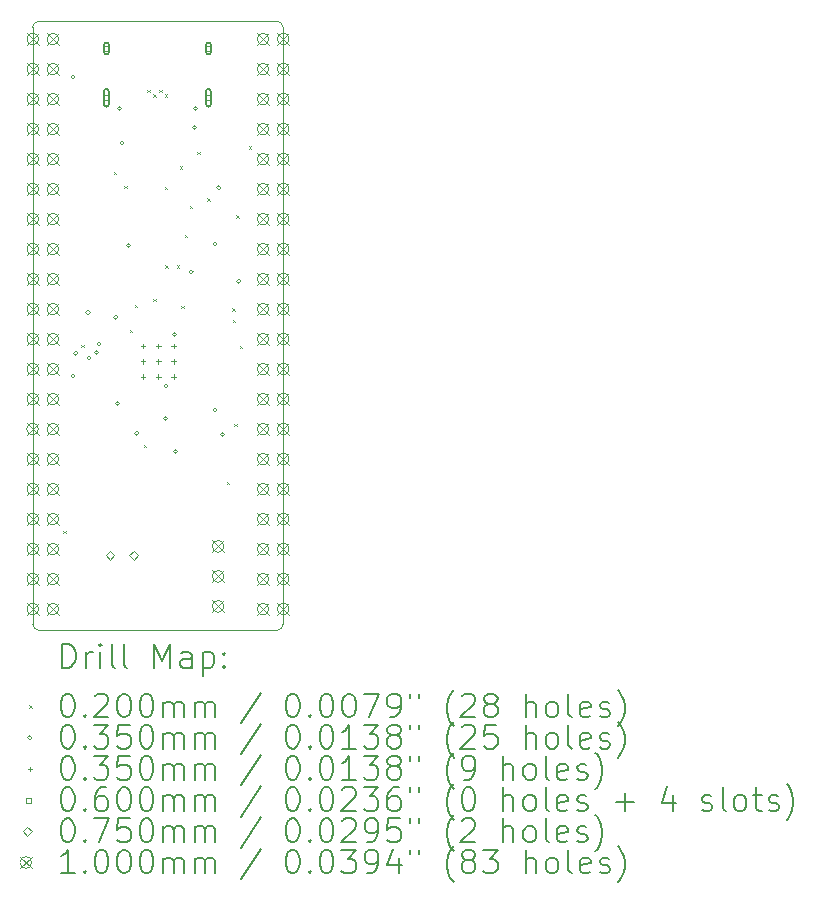
<source format=gbr>
%FSLAX45Y45*%
G04 Gerber Fmt 4.5, Leading zero omitted, Abs format (unit mm)*
G04 Created by KiCad (PCBNEW (5.99.0-11630-gc5e195bdff)) date 2021-08-23 20:37:22*
%MOMM*%
%LPD*%
G01*
G04 APERTURE LIST*
%TA.AperFunction,Profile*%
%ADD10C,0.050000*%
%TD*%
%ADD11C,0.200000*%
%ADD12C,0.020000*%
%ADD13C,0.035000*%
%ADD14C,0.060000*%
%ADD15C,0.075000*%
%ADD16C,0.100000*%
G04 APERTURE END LIST*
D10*
X11424000Y-10827500D02*
G75*
G02*
X11374000Y-10877500I-50000J0D01*
G01*
X9354000Y-5722500D02*
X11374000Y-5722500D01*
X11374000Y-5722500D02*
G75*
G02*
X11424000Y-5772500I0J-50000D01*
G01*
X9304000Y-10827500D02*
X9304000Y-5772500D01*
X9304000Y-5772500D02*
G75*
G02*
X9354000Y-5722500I50000J0D01*
G01*
X9354000Y-10877500D02*
G75*
G02*
X9304000Y-10827500I0J50000D01*
G01*
X9354000Y-10877500D02*
X11374000Y-10877500D01*
X11424000Y-10827500D02*
X11424000Y-5772500D01*
D11*
D12*
X9563000Y-10036500D02*
X9583000Y-10056500D01*
X9583000Y-10036500D02*
X9563000Y-10056500D01*
X9716500Y-8460000D02*
X9736500Y-8480000D01*
X9736500Y-8460000D02*
X9716500Y-8480000D01*
X9989000Y-6997500D02*
X10009000Y-7017500D01*
X10009000Y-6997500D02*
X9989000Y-7017500D01*
X10079000Y-7117500D02*
X10099000Y-7137500D01*
X10099000Y-7117500D02*
X10079000Y-7137500D01*
X10129000Y-8332500D02*
X10149000Y-8352500D01*
X10149000Y-8332500D02*
X10129000Y-8352500D01*
X10168580Y-8124700D02*
X10188580Y-8144700D01*
X10188580Y-8124700D02*
X10168580Y-8144700D01*
X10243000Y-9306500D02*
X10263000Y-9326500D01*
X10263000Y-9306500D02*
X10243000Y-9326500D01*
X10275260Y-6303520D02*
X10295260Y-6323520D01*
X10295260Y-6303520D02*
X10275260Y-6323520D01*
X10326060Y-6339080D02*
X10346060Y-6359080D01*
X10346060Y-6339080D02*
X10326060Y-6359080D01*
X10326060Y-8072044D02*
X10346060Y-8092044D01*
X10346060Y-8072044D02*
X10326060Y-8092044D01*
X10376860Y-6303520D02*
X10396860Y-6323520D01*
X10396860Y-6303520D02*
X10376860Y-6323520D01*
X10425120Y-6339080D02*
X10445120Y-6359080D01*
X10445120Y-6339080D02*
X10425120Y-6359080D01*
X10425120Y-7121400D02*
X10445120Y-7141400D01*
X10445120Y-7121400D02*
X10425120Y-7141400D01*
X10426390Y-7788582D02*
X10446390Y-7808582D01*
X10446390Y-7788582D02*
X10426390Y-7808582D01*
X10523473Y-7788396D02*
X10543473Y-7808396D01*
X10543473Y-7788396D02*
X10523473Y-7808396D01*
X10548760Y-6949500D02*
X10568760Y-6969500D01*
X10568760Y-6949500D02*
X10548760Y-6969500D01*
X10563296Y-8129699D02*
X10583296Y-8149699D01*
X10583296Y-8129699D02*
X10563296Y-8149699D01*
X10594000Y-7532500D02*
X10614000Y-7552500D01*
X10614000Y-7532500D02*
X10594000Y-7552500D01*
X10633400Y-7283960D02*
X10653400Y-7303960D01*
X10653400Y-7283960D02*
X10633400Y-7303960D01*
X10696900Y-6829300D02*
X10716900Y-6849300D01*
X10716900Y-6829300D02*
X10696900Y-6849300D01*
X10781150Y-7221260D02*
X10801150Y-7241260D01*
X10801150Y-7221260D02*
X10781150Y-7241260D01*
X10947000Y-9620500D02*
X10967000Y-9640500D01*
X10967000Y-9620500D02*
X10947000Y-9640500D01*
X10994080Y-8152640D02*
X11014080Y-8172640D01*
X11014080Y-8152640D02*
X10994080Y-8172640D01*
X10998000Y-8250500D02*
X11018000Y-8270500D01*
X11018000Y-8250500D02*
X10998000Y-8270500D01*
X11012000Y-9131500D02*
X11032000Y-9151500D01*
X11032000Y-9131500D02*
X11012000Y-9151500D01*
X11027280Y-7364220D02*
X11047280Y-7384220D01*
X11047280Y-7364220D02*
X11027280Y-7384220D01*
X11057580Y-8467600D02*
X11077580Y-8487600D01*
X11077580Y-8467600D02*
X11057580Y-8487600D01*
X11131500Y-6780000D02*
X11151500Y-6800000D01*
X11151500Y-6780000D02*
X11131500Y-6800000D01*
D13*
X9662500Y-6192500D02*
G75*
G03*
X9662500Y-6192500I-17500J0D01*
G01*
X9665220Y-8726520D02*
G75*
G03*
X9665220Y-8726520I-17500J0D01*
G01*
X9687500Y-8533500D02*
G75*
G03*
X9687500Y-8533500I-17500J0D01*
G01*
X9790000Y-8187500D02*
G75*
G03*
X9790000Y-8187500I-17500J0D01*
G01*
X9799194Y-8571999D02*
G75*
G03*
X9799194Y-8571999I-17500J0D01*
G01*
X9858593Y-8526207D02*
G75*
G03*
X9858593Y-8526207I-17500J0D01*
G01*
X9883500Y-8452500D02*
G75*
G03*
X9883500Y-8452500I-17500J0D01*
G01*
X10023360Y-8226140D02*
G75*
G03*
X10023360Y-8226140I-17500J0D01*
G01*
X10037500Y-8957500D02*
G75*
G03*
X10037500Y-8957500I-17500J0D01*
G01*
X10055000Y-6462000D02*
G75*
G03*
X10055000Y-6462000I-17500J0D01*
G01*
X10077130Y-6755010D02*
G75*
G03*
X10077130Y-6755010I-17500J0D01*
G01*
X10134500Y-7620640D02*
G75*
G03*
X10134500Y-7620640I-17500J0D01*
G01*
X10202500Y-9210000D02*
G75*
G03*
X10202500Y-9210000I-17500J0D01*
G01*
X10445927Y-9088028D02*
G75*
G03*
X10445927Y-9088028I-17500J0D01*
G01*
X10451500Y-8812500D02*
G75*
G03*
X10451500Y-8812500I-17500J0D01*
G01*
X10524000Y-8372500D02*
G75*
G03*
X10524000Y-8372500I-17500J0D01*
G01*
X10527804Y-9363984D02*
G75*
G03*
X10527804Y-9363984I-17500J0D01*
G01*
X10663440Y-7842600D02*
G75*
G03*
X10663440Y-7842600I-17500J0D01*
G01*
X10689270Y-6621660D02*
G75*
G03*
X10689270Y-6621660I-17500J0D01*
G01*
X10700000Y-6462000D02*
G75*
G03*
X10700000Y-6462000I-17500J0D01*
G01*
X10864780Y-7606101D02*
G75*
G03*
X10864780Y-7606101I-17500J0D01*
G01*
X10867500Y-9012500D02*
G75*
G03*
X10867500Y-9012500I-17500J0D01*
G01*
X10897120Y-7130930D02*
G75*
G03*
X10897120Y-7130930I-17500J0D01*
G01*
X10927500Y-9218900D02*
G75*
G03*
X10927500Y-9218900I-17500J0D01*
G01*
X11067300Y-7923880D02*
G75*
G03*
X11067300Y-7923880I-17500J0D01*
G01*
X10241500Y-8457500D02*
X10241500Y-8492500D01*
X10224000Y-8475000D02*
X10259000Y-8475000D01*
X10241500Y-8585000D02*
X10241500Y-8620000D01*
X10224000Y-8602500D02*
X10259000Y-8602500D01*
X10241500Y-8712500D02*
X10241500Y-8747500D01*
X10224000Y-8730000D02*
X10259000Y-8730000D01*
X10369000Y-8457500D02*
X10369000Y-8492500D01*
X10351500Y-8475000D02*
X10386500Y-8475000D01*
X10369000Y-8585000D02*
X10369000Y-8620000D01*
X10351500Y-8602500D02*
X10386500Y-8602500D01*
X10369000Y-8712500D02*
X10369000Y-8747500D01*
X10351500Y-8730000D02*
X10386500Y-8730000D01*
X10496500Y-8457500D02*
X10496500Y-8492500D01*
X10479000Y-8475000D02*
X10514000Y-8475000D01*
X10496500Y-8585000D02*
X10496500Y-8620000D01*
X10479000Y-8602500D02*
X10514000Y-8602500D01*
X10496500Y-8712500D02*
X10496500Y-8747500D01*
X10479000Y-8730000D02*
X10514000Y-8730000D01*
D14*
X9949213Y-5973713D02*
X9949213Y-5931287D01*
X9906787Y-5931287D01*
X9906787Y-5973713D01*
X9949213Y-5973713D01*
D11*
X9948000Y-5982500D02*
X9948000Y-5922500D01*
X9908000Y-5982500D02*
X9908000Y-5922500D01*
X9948000Y-5922500D02*
G75*
G03*
X9908000Y-5922500I-20000J0D01*
G01*
X9908000Y-5982500D02*
G75*
G03*
X9948000Y-5982500I20000J0D01*
G01*
D14*
X9949213Y-6391713D02*
X9949213Y-6349287D01*
X9906787Y-6349287D01*
X9906787Y-6391713D01*
X9949213Y-6391713D01*
D11*
X9948000Y-6425500D02*
X9948000Y-6315500D01*
X9908000Y-6425500D02*
X9908000Y-6315500D01*
X9948000Y-6315500D02*
G75*
G03*
X9908000Y-6315500I-20000J0D01*
G01*
X9908000Y-6425500D02*
G75*
G03*
X9948000Y-6425500I20000J0D01*
G01*
D14*
X10813213Y-5973713D02*
X10813213Y-5931287D01*
X10770787Y-5931287D01*
X10770787Y-5973713D01*
X10813213Y-5973713D01*
D11*
X10812000Y-5982500D02*
X10812000Y-5922500D01*
X10772000Y-5982500D02*
X10772000Y-5922500D01*
X10812000Y-5922500D02*
G75*
G03*
X10772000Y-5922500I-20000J0D01*
G01*
X10772000Y-5982500D02*
G75*
G03*
X10812000Y-5982500I20000J0D01*
G01*
D14*
X10813213Y-6391713D02*
X10813213Y-6349287D01*
X10770787Y-6349287D01*
X10770787Y-6391713D01*
X10813213Y-6391713D01*
D11*
X10812000Y-6425500D02*
X10812000Y-6315500D01*
X10772000Y-6425500D02*
X10772000Y-6315500D01*
X10812000Y-6315500D02*
G75*
G03*
X10772000Y-6315500I-20000J0D01*
G01*
X10772000Y-6425500D02*
G75*
G03*
X10812000Y-6425500I20000J0D01*
G01*
D15*
X9959000Y-10280000D02*
X9996500Y-10242500D01*
X9959000Y-10205000D01*
X9921500Y-10242500D01*
X9959000Y-10280000D01*
X10159000Y-10280000D02*
X10196500Y-10242500D01*
X10159000Y-10205000D01*
X10121500Y-10242500D01*
X10159000Y-10280000D01*
D16*
X9254000Y-9124500D02*
X9354000Y-9224500D01*
X9354000Y-9124500D02*
X9254000Y-9224500D01*
X9354000Y-9174500D02*
G75*
G03*
X9354000Y-9174500I-50000J0D01*
G01*
X9255000Y-5822500D02*
X9355000Y-5922500D01*
X9355000Y-5822500D02*
X9255000Y-5922500D01*
X9355000Y-5872500D02*
G75*
G03*
X9355000Y-5872500I-50000J0D01*
G01*
X9255000Y-6075500D02*
X9355000Y-6175500D01*
X9355000Y-6075500D02*
X9255000Y-6175500D01*
X9355000Y-6125500D02*
G75*
G03*
X9355000Y-6125500I-50000J0D01*
G01*
X9255000Y-6330500D02*
X9355000Y-6430500D01*
X9355000Y-6330500D02*
X9255000Y-6430500D01*
X9355000Y-6380500D02*
G75*
G03*
X9355000Y-6380500I-50000J0D01*
G01*
X9255000Y-6583500D02*
X9355000Y-6683500D01*
X9355000Y-6583500D02*
X9255000Y-6683500D01*
X9355000Y-6633500D02*
G75*
G03*
X9355000Y-6633500I-50000J0D01*
G01*
X9255000Y-6838500D02*
X9355000Y-6938500D01*
X9355000Y-6838500D02*
X9255000Y-6938500D01*
X9355000Y-6888500D02*
G75*
G03*
X9355000Y-6888500I-50000J0D01*
G01*
X9255000Y-7092500D02*
X9355000Y-7192500D01*
X9355000Y-7092500D02*
X9255000Y-7192500D01*
X9355000Y-7142500D02*
G75*
G03*
X9355000Y-7142500I-50000J0D01*
G01*
X9255000Y-7346500D02*
X9355000Y-7446500D01*
X9355000Y-7346500D02*
X9255000Y-7446500D01*
X9355000Y-7396500D02*
G75*
G03*
X9355000Y-7396500I-50000J0D01*
G01*
X9255000Y-7600500D02*
X9355000Y-7700500D01*
X9355000Y-7600500D02*
X9255000Y-7700500D01*
X9355000Y-7650500D02*
G75*
G03*
X9355000Y-7650500I-50000J0D01*
G01*
X9255000Y-8108500D02*
X9355000Y-8208500D01*
X9355000Y-8108500D02*
X9255000Y-8208500D01*
X9355000Y-8158500D02*
G75*
G03*
X9355000Y-8158500I-50000J0D01*
G01*
X9255000Y-8362500D02*
X9355000Y-8462500D01*
X9355000Y-8362500D02*
X9255000Y-8462500D01*
X9355000Y-8412500D02*
G75*
G03*
X9355000Y-8412500I-50000J0D01*
G01*
X9255000Y-8616500D02*
X9355000Y-8716500D01*
X9355000Y-8616500D02*
X9255000Y-8716500D01*
X9355000Y-8666500D02*
G75*
G03*
X9355000Y-8666500I-50000J0D01*
G01*
X9255000Y-8870500D02*
X9355000Y-8970500D01*
X9355000Y-8870500D02*
X9255000Y-8970500D01*
X9355000Y-8920500D02*
G75*
G03*
X9355000Y-8920500I-50000J0D01*
G01*
X9255000Y-9378500D02*
X9355000Y-9478500D01*
X9355000Y-9378500D02*
X9255000Y-9478500D01*
X9355000Y-9428500D02*
G75*
G03*
X9355000Y-9428500I-50000J0D01*
G01*
X9255000Y-9632500D02*
X9355000Y-9732500D01*
X9355000Y-9632500D02*
X9255000Y-9732500D01*
X9355000Y-9682500D02*
G75*
G03*
X9355000Y-9682500I-50000J0D01*
G01*
X9255000Y-9886500D02*
X9355000Y-9986500D01*
X9355000Y-9886500D02*
X9255000Y-9986500D01*
X9355000Y-9936500D02*
G75*
G03*
X9355000Y-9936500I-50000J0D01*
G01*
X9255000Y-10140500D02*
X9355000Y-10240500D01*
X9355000Y-10140500D02*
X9255000Y-10240500D01*
X9355000Y-10190500D02*
G75*
G03*
X9355000Y-10190500I-50000J0D01*
G01*
X9255000Y-10394500D02*
X9355000Y-10494500D01*
X9355000Y-10394500D02*
X9255000Y-10494500D01*
X9355000Y-10444500D02*
G75*
G03*
X9355000Y-10444500I-50000J0D01*
G01*
X9255000Y-10648500D02*
X9355000Y-10748500D01*
X9355000Y-10648500D02*
X9255000Y-10748500D01*
X9355000Y-10698500D02*
G75*
G03*
X9355000Y-10698500I-50000J0D01*
G01*
X9256000Y-7854500D02*
X9356000Y-7954500D01*
X9356000Y-7854500D02*
X9256000Y-7954500D01*
X9356000Y-7904500D02*
G75*
G03*
X9356000Y-7904500I-50000J0D01*
G01*
X9425000Y-5822500D02*
X9525000Y-5922500D01*
X9525000Y-5822500D02*
X9425000Y-5922500D01*
X9525000Y-5872500D02*
G75*
G03*
X9525000Y-5872500I-50000J0D01*
G01*
X9425000Y-6076500D02*
X9525000Y-6176500D01*
X9525000Y-6076500D02*
X9425000Y-6176500D01*
X9525000Y-6126500D02*
G75*
G03*
X9525000Y-6126500I-50000J0D01*
G01*
X9425000Y-6330500D02*
X9525000Y-6430500D01*
X9525000Y-6330500D02*
X9425000Y-6430500D01*
X9525000Y-6380500D02*
G75*
G03*
X9525000Y-6380500I-50000J0D01*
G01*
X9425000Y-6584500D02*
X9525000Y-6684500D01*
X9525000Y-6584500D02*
X9425000Y-6684500D01*
X9525000Y-6634500D02*
G75*
G03*
X9525000Y-6634500I-50000J0D01*
G01*
X9425000Y-6838500D02*
X9525000Y-6938500D01*
X9525000Y-6838500D02*
X9425000Y-6938500D01*
X9525000Y-6888500D02*
G75*
G03*
X9525000Y-6888500I-50000J0D01*
G01*
X9425000Y-7092500D02*
X9525000Y-7192500D01*
X9525000Y-7092500D02*
X9425000Y-7192500D01*
X9525000Y-7142500D02*
G75*
G03*
X9525000Y-7142500I-50000J0D01*
G01*
X9425000Y-7346500D02*
X9525000Y-7446500D01*
X9525000Y-7346500D02*
X9425000Y-7446500D01*
X9525000Y-7396500D02*
G75*
G03*
X9525000Y-7396500I-50000J0D01*
G01*
X9425000Y-7600500D02*
X9525000Y-7700500D01*
X9525000Y-7600500D02*
X9425000Y-7700500D01*
X9525000Y-7650500D02*
G75*
G03*
X9525000Y-7650500I-50000J0D01*
G01*
X9425000Y-7854500D02*
X9525000Y-7954500D01*
X9525000Y-7854500D02*
X9425000Y-7954500D01*
X9525000Y-7904500D02*
G75*
G03*
X9525000Y-7904500I-50000J0D01*
G01*
X9425000Y-8108500D02*
X9525000Y-8208500D01*
X9525000Y-8108500D02*
X9425000Y-8208500D01*
X9525000Y-8158500D02*
G75*
G03*
X9525000Y-8158500I-50000J0D01*
G01*
X9425000Y-8362500D02*
X9525000Y-8462500D01*
X9525000Y-8362500D02*
X9425000Y-8462500D01*
X9525000Y-8412500D02*
G75*
G03*
X9525000Y-8412500I-50000J0D01*
G01*
X9425000Y-8616500D02*
X9525000Y-8716500D01*
X9525000Y-8616500D02*
X9425000Y-8716500D01*
X9525000Y-8666500D02*
G75*
G03*
X9525000Y-8666500I-50000J0D01*
G01*
X9425000Y-8870500D02*
X9525000Y-8970500D01*
X9525000Y-8870500D02*
X9425000Y-8970500D01*
X9525000Y-8920500D02*
G75*
G03*
X9525000Y-8920500I-50000J0D01*
G01*
X9425000Y-9124500D02*
X9525000Y-9224500D01*
X9525000Y-9124500D02*
X9425000Y-9224500D01*
X9525000Y-9174500D02*
G75*
G03*
X9525000Y-9174500I-50000J0D01*
G01*
X9425000Y-9378500D02*
X9525000Y-9478500D01*
X9525000Y-9378500D02*
X9425000Y-9478500D01*
X9525000Y-9428500D02*
G75*
G03*
X9525000Y-9428500I-50000J0D01*
G01*
X9425000Y-9632500D02*
X9525000Y-9732500D01*
X9525000Y-9632500D02*
X9425000Y-9732500D01*
X9525000Y-9682500D02*
G75*
G03*
X9525000Y-9682500I-50000J0D01*
G01*
X9425000Y-9886500D02*
X9525000Y-9986500D01*
X9525000Y-9886500D02*
X9425000Y-9986500D01*
X9525000Y-9936500D02*
G75*
G03*
X9525000Y-9936500I-50000J0D01*
G01*
X9425000Y-10140500D02*
X9525000Y-10240500D01*
X9525000Y-10140500D02*
X9425000Y-10240500D01*
X9525000Y-10190500D02*
G75*
G03*
X9525000Y-10190500I-50000J0D01*
G01*
X9425000Y-10394500D02*
X9525000Y-10494500D01*
X9525000Y-10394500D02*
X9425000Y-10494500D01*
X9525000Y-10444500D02*
G75*
G03*
X9525000Y-10444500I-50000J0D01*
G01*
X9425000Y-10648500D02*
X9525000Y-10748500D01*
X9525000Y-10648500D02*
X9425000Y-10748500D01*
X9525000Y-10698500D02*
G75*
G03*
X9525000Y-10698500I-50000J0D01*
G01*
X10824000Y-10117500D02*
X10924000Y-10217500D01*
X10924000Y-10117500D02*
X10824000Y-10217500D01*
X10924000Y-10167500D02*
G75*
G03*
X10924000Y-10167500I-50000J0D01*
G01*
X10824000Y-10371500D02*
X10924000Y-10471500D01*
X10924000Y-10371500D02*
X10824000Y-10471500D01*
X10924000Y-10421500D02*
G75*
G03*
X10924000Y-10421500I-50000J0D01*
G01*
X10824000Y-10625500D02*
X10924000Y-10725500D01*
X10924000Y-10625500D02*
X10824000Y-10725500D01*
X10924000Y-10675500D02*
G75*
G03*
X10924000Y-10675500I-50000J0D01*
G01*
X11205000Y-5822500D02*
X11305000Y-5922500D01*
X11305000Y-5822500D02*
X11205000Y-5922500D01*
X11305000Y-5872500D02*
G75*
G03*
X11305000Y-5872500I-50000J0D01*
G01*
X11205000Y-6076500D02*
X11305000Y-6176500D01*
X11305000Y-6076500D02*
X11205000Y-6176500D01*
X11305000Y-6126500D02*
G75*
G03*
X11305000Y-6126500I-50000J0D01*
G01*
X11205000Y-6330500D02*
X11305000Y-6430500D01*
X11305000Y-6330500D02*
X11205000Y-6430500D01*
X11305000Y-6380500D02*
G75*
G03*
X11305000Y-6380500I-50000J0D01*
G01*
X11205000Y-6584500D02*
X11305000Y-6684500D01*
X11305000Y-6584500D02*
X11205000Y-6684500D01*
X11305000Y-6634500D02*
G75*
G03*
X11305000Y-6634500I-50000J0D01*
G01*
X11205000Y-6838500D02*
X11305000Y-6938500D01*
X11305000Y-6838500D02*
X11205000Y-6938500D01*
X11305000Y-6888500D02*
G75*
G03*
X11305000Y-6888500I-50000J0D01*
G01*
X11205000Y-7092500D02*
X11305000Y-7192500D01*
X11305000Y-7092500D02*
X11205000Y-7192500D01*
X11305000Y-7142500D02*
G75*
G03*
X11305000Y-7142500I-50000J0D01*
G01*
X11205000Y-7346500D02*
X11305000Y-7446500D01*
X11305000Y-7346500D02*
X11205000Y-7446500D01*
X11305000Y-7396500D02*
G75*
G03*
X11305000Y-7396500I-50000J0D01*
G01*
X11205000Y-7600500D02*
X11305000Y-7700500D01*
X11305000Y-7600500D02*
X11205000Y-7700500D01*
X11305000Y-7650500D02*
G75*
G03*
X11305000Y-7650500I-50000J0D01*
G01*
X11205000Y-7854500D02*
X11305000Y-7954500D01*
X11305000Y-7854500D02*
X11205000Y-7954500D01*
X11305000Y-7904500D02*
G75*
G03*
X11305000Y-7904500I-50000J0D01*
G01*
X11205000Y-8108500D02*
X11305000Y-8208500D01*
X11305000Y-8108500D02*
X11205000Y-8208500D01*
X11305000Y-8158500D02*
G75*
G03*
X11305000Y-8158500I-50000J0D01*
G01*
X11205000Y-8362500D02*
X11305000Y-8462500D01*
X11305000Y-8362500D02*
X11205000Y-8462500D01*
X11305000Y-8412500D02*
G75*
G03*
X11305000Y-8412500I-50000J0D01*
G01*
X11205000Y-8616500D02*
X11305000Y-8716500D01*
X11305000Y-8616500D02*
X11205000Y-8716500D01*
X11305000Y-8666500D02*
G75*
G03*
X11305000Y-8666500I-50000J0D01*
G01*
X11205000Y-8870500D02*
X11305000Y-8970500D01*
X11305000Y-8870500D02*
X11205000Y-8970500D01*
X11305000Y-8920500D02*
G75*
G03*
X11305000Y-8920500I-50000J0D01*
G01*
X11205000Y-9124500D02*
X11305000Y-9224500D01*
X11305000Y-9124500D02*
X11205000Y-9224500D01*
X11305000Y-9174500D02*
G75*
G03*
X11305000Y-9174500I-50000J0D01*
G01*
X11205000Y-9378500D02*
X11305000Y-9478500D01*
X11305000Y-9378500D02*
X11205000Y-9478500D01*
X11305000Y-9428500D02*
G75*
G03*
X11305000Y-9428500I-50000J0D01*
G01*
X11205000Y-9632500D02*
X11305000Y-9732500D01*
X11305000Y-9632500D02*
X11205000Y-9732500D01*
X11305000Y-9682500D02*
G75*
G03*
X11305000Y-9682500I-50000J0D01*
G01*
X11205000Y-9886500D02*
X11305000Y-9986500D01*
X11305000Y-9886500D02*
X11205000Y-9986500D01*
X11305000Y-9936500D02*
G75*
G03*
X11305000Y-9936500I-50000J0D01*
G01*
X11205000Y-10140500D02*
X11305000Y-10240500D01*
X11305000Y-10140500D02*
X11205000Y-10240500D01*
X11305000Y-10190500D02*
G75*
G03*
X11305000Y-10190500I-50000J0D01*
G01*
X11205000Y-10394500D02*
X11305000Y-10494500D01*
X11305000Y-10394500D02*
X11205000Y-10494500D01*
X11305000Y-10444500D02*
G75*
G03*
X11305000Y-10444500I-50000J0D01*
G01*
X11205000Y-10648500D02*
X11305000Y-10748500D01*
X11305000Y-10648500D02*
X11205000Y-10748500D01*
X11305000Y-10698500D02*
G75*
G03*
X11305000Y-10698500I-50000J0D01*
G01*
X11375000Y-5822500D02*
X11475000Y-5922500D01*
X11475000Y-5822500D02*
X11375000Y-5922500D01*
X11475000Y-5872500D02*
G75*
G03*
X11475000Y-5872500I-50000J0D01*
G01*
X11375000Y-6076500D02*
X11475000Y-6176500D01*
X11475000Y-6076500D02*
X11375000Y-6176500D01*
X11475000Y-6126500D02*
G75*
G03*
X11475000Y-6126500I-50000J0D01*
G01*
X11375000Y-6330500D02*
X11475000Y-6430500D01*
X11475000Y-6330500D02*
X11375000Y-6430500D01*
X11475000Y-6380500D02*
G75*
G03*
X11475000Y-6380500I-50000J0D01*
G01*
X11375000Y-6584500D02*
X11475000Y-6684500D01*
X11475000Y-6584500D02*
X11375000Y-6684500D01*
X11475000Y-6634500D02*
G75*
G03*
X11475000Y-6634500I-50000J0D01*
G01*
X11375000Y-6838500D02*
X11475000Y-6938500D01*
X11475000Y-6838500D02*
X11375000Y-6938500D01*
X11475000Y-6888500D02*
G75*
G03*
X11475000Y-6888500I-50000J0D01*
G01*
X11375000Y-7092500D02*
X11475000Y-7192500D01*
X11475000Y-7092500D02*
X11375000Y-7192500D01*
X11475000Y-7142500D02*
G75*
G03*
X11475000Y-7142500I-50000J0D01*
G01*
X11375000Y-7346500D02*
X11475000Y-7446500D01*
X11475000Y-7346500D02*
X11375000Y-7446500D01*
X11475000Y-7396500D02*
G75*
G03*
X11475000Y-7396500I-50000J0D01*
G01*
X11375000Y-7600500D02*
X11475000Y-7700500D01*
X11475000Y-7600500D02*
X11375000Y-7700500D01*
X11475000Y-7650500D02*
G75*
G03*
X11475000Y-7650500I-50000J0D01*
G01*
X11375000Y-7854500D02*
X11475000Y-7954500D01*
X11475000Y-7854500D02*
X11375000Y-7954500D01*
X11475000Y-7904500D02*
G75*
G03*
X11475000Y-7904500I-50000J0D01*
G01*
X11375000Y-8108500D02*
X11475000Y-8208500D01*
X11475000Y-8108500D02*
X11375000Y-8208500D01*
X11475000Y-8158500D02*
G75*
G03*
X11475000Y-8158500I-50000J0D01*
G01*
X11375000Y-8362500D02*
X11475000Y-8462500D01*
X11475000Y-8362500D02*
X11375000Y-8462500D01*
X11475000Y-8412500D02*
G75*
G03*
X11475000Y-8412500I-50000J0D01*
G01*
X11375000Y-8616500D02*
X11475000Y-8716500D01*
X11475000Y-8616500D02*
X11375000Y-8716500D01*
X11475000Y-8666500D02*
G75*
G03*
X11475000Y-8666500I-50000J0D01*
G01*
X11375000Y-8870500D02*
X11475000Y-8970500D01*
X11475000Y-8870500D02*
X11375000Y-8970500D01*
X11475000Y-8920500D02*
G75*
G03*
X11475000Y-8920500I-50000J0D01*
G01*
X11375000Y-9124500D02*
X11475000Y-9224500D01*
X11475000Y-9124500D02*
X11375000Y-9224500D01*
X11475000Y-9174500D02*
G75*
G03*
X11475000Y-9174500I-50000J0D01*
G01*
X11375000Y-9378500D02*
X11475000Y-9478500D01*
X11475000Y-9378500D02*
X11375000Y-9478500D01*
X11475000Y-9428500D02*
G75*
G03*
X11475000Y-9428500I-50000J0D01*
G01*
X11375000Y-9632500D02*
X11475000Y-9732500D01*
X11475000Y-9632500D02*
X11375000Y-9732500D01*
X11475000Y-9682500D02*
G75*
G03*
X11475000Y-9682500I-50000J0D01*
G01*
X11375000Y-9886500D02*
X11475000Y-9986500D01*
X11475000Y-9886500D02*
X11375000Y-9986500D01*
X11475000Y-9936500D02*
G75*
G03*
X11475000Y-9936500I-50000J0D01*
G01*
X11375000Y-10140500D02*
X11475000Y-10240500D01*
X11475000Y-10140500D02*
X11375000Y-10240500D01*
X11475000Y-10190500D02*
G75*
G03*
X11475000Y-10190500I-50000J0D01*
G01*
X11375000Y-10394500D02*
X11475000Y-10494500D01*
X11475000Y-10394500D02*
X11375000Y-10494500D01*
X11475000Y-10444500D02*
G75*
G03*
X11475000Y-10444500I-50000J0D01*
G01*
X11375000Y-10648500D02*
X11475000Y-10748500D01*
X11475000Y-10648500D02*
X11375000Y-10748500D01*
X11475000Y-10698500D02*
G75*
G03*
X11475000Y-10698500I-50000J0D01*
G01*
D11*
X9554119Y-11195476D02*
X9554119Y-10995476D01*
X9601738Y-10995476D01*
X9630310Y-11005000D01*
X9649357Y-11024048D01*
X9658881Y-11043095D01*
X9668405Y-11081190D01*
X9668405Y-11109762D01*
X9658881Y-11147857D01*
X9649357Y-11166905D01*
X9630310Y-11185952D01*
X9601738Y-11195476D01*
X9554119Y-11195476D01*
X9754119Y-11195476D02*
X9754119Y-11062143D01*
X9754119Y-11100238D02*
X9763643Y-11081190D01*
X9773167Y-11071667D01*
X9792214Y-11062143D01*
X9811262Y-11062143D01*
X9877929Y-11195476D02*
X9877929Y-11062143D01*
X9877929Y-10995476D02*
X9868405Y-11005000D01*
X9877929Y-11014524D01*
X9887452Y-11005000D01*
X9877929Y-10995476D01*
X9877929Y-11014524D01*
X10001738Y-11195476D02*
X9982690Y-11185952D01*
X9973167Y-11166905D01*
X9973167Y-10995476D01*
X10106500Y-11195476D02*
X10087452Y-11185952D01*
X10077929Y-11166905D01*
X10077929Y-10995476D01*
X10335071Y-11195476D02*
X10335071Y-10995476D01*
X10401738Y-11138333D01*
X10468405Y-10995476D01*
X10468405Y-11195476D01*
X10649357Y-11195476D02*
X10649357Y-11090714D01*
X10639833Y-11071667D01*
X10620786Y-11062143D01*
X10582690Y-11062143D01*
X10563643Y-11071667D01*
X10649357Y-11185952D02*
X10630310Y-11195476D01*
X10582690Y-11195476D01*
X10563643Y-11185952D01*
X10554119Y-11166905D01*
X10554119Y-11147857D01*
X10563643Y-11128810D01*
X10582690Y-11119286D01*
X10630310Y-11119286D01*
X10649357Y-11109762D01*
X10744595Y-11062143D02*
X10744595Y-11262143D01*
X10744595Y-11071667D02*
X10763643Y-11062143D01*
X10801738Y-11062143D01*
X10820786Y-11071667D01*
X10830310Y-11081190D01*
X10839833Y-11100238D01*
X10839833Y-11157381D01*
X10830310Y-11176429D01*
X10820786Y-11185952D01*
X10801738Y-11195476D01*
X10763643Y-11195476D01*
X10744595Y-11185952D01*
X10925548Y-11176429D02*
X10935071Y-11185952D01*
X10925548Y-11195476D01*
X10916024Y-11185952D01*
X10925548Y-11176429D01*
X10925548Y-11195476D01*
X10925548Y-11071667D02*
X10935071Y-11081190D01*
X10925548Y-11090714D01*
X10916024Y-11081190D01*
X10925548Y-11071667D01*
X10925548Y-11090714D01*
D12*
X9276500Y-11515000D02*
X9296500Y-11535000D01*
X9296500Y-11515000D02*
X9276500Y-11535000D01*
D11*
X9592214Y-11415476D02*
X9611262Y-11415476D01*
X9630310Y-11425000D01*
X9639833Y-11434524D01*
X9649357Y-11453571D01*
X9658881Y-11491667D01*
X9658881Y-11539286D01*
X9649357Y-11577381D01*
X9639833Y-11596428D01*
X9630310Y-11605952D01*
X9611262Y-11615476D01*
X9592214Y-11615476D01*
X9573167Y-11605952D01*
X9563643Y-11596428D01*
X9554119Y-11577381D01*
X9544595Y-11539286D01*
X9544595Y-11491667D01*
X9554119Y-11453571D01*
X9563643Y-11434524D01*
X9573167Y-11425000D01*
X9592214Y-11415476D01*
X9744595Y-11596428D02*
X9754119Y-11605952D01*
X9744595Y-11615476D01*
X9735071Y-11605952D01*
X9744595Y-11596428D01*
X9744595Y-11615476D01*
X9830310Y-11434524D02*
X9839833Y-11425000D01*
X9858881Y-11415476D01*
X9906500Y-11415476D01*
X9925548Y-11425000D01*
X9935071Y-11434524D01*
X9944595Y-11453571D01*
X9944595Y-11472619D01*
X9935071Y-11501190D01*
X9820786Y-11615476D01*
X9944595Y-11615476D01*
X10068405Y-11415476D02*
X10087452Y-11415476D01*
X10106500Y-11425000D01*
X10116024Y-11434524D01*
X10125548Y-11453571D01*
X10135071Y-11491667D01*
X10135071Y-11539286D01*
X10125548Y-11577381D01*
X10116024Y-11596428D01*
X10106500Y-11605952D01*
X10087452Y-11615476D01*
X10068405Y-11615476D01*
X10049357Y-11605952D01*
X10039833Y-11596428D01*
X10030310Y-11577381D01*
X10020786Y-11539286D01*
X10020786Y-11491667D01*
X10030310Y-11453571D01*
X10039833Y-11434524D01*
X10049357Y-11425000D01*
X10068405Y-11415476D01*
X10258881Y-11415476D02*
X10277929Y-11415476D01*
X10296976Y-11425000D01*
X10306500Y-11434524D01*
X10316024Y-11453571D01*
X10325548Y-11491667D01*
X10325548Y-11539286D01*
X10316024Y-11577381D01*
X10306500Y-11596428D01*
X10296976Y-11605952D01*
X10277929Y-11615476D01*
X10258881Y-11615476D01*
X10239833Y-11605952D01*
X10230310Y-11596428D01*
X10220786Y-11577381D01*
X10211262Y-11539286D01*
X10211262Y-11491667D01*
X10220786Y-11453571D01*
X10230310Y-11434524D01*
X10239833Y-11425000D01*
X10258881Y-11415476D01*
X10411262Y-11615476D02*
X10411262Y-11482143D01*
X10411262Y-11501190D02*
X10420786Y-11491667D01*
X10439833Y-11482143D01*
X10468405Y-11482143D01*
X10487452Y-11491667D01*
X10496976Y-11510714D01*
X10496976Y-11615476D01*
X10496976Y-11510714D02*
X10506500Y-11491667D01*
X10525548Y-11482143D01*
X10554119Y-11482143D01*
X10573167Y-11491667D01*
X10582690Y-11510714D01*
X10582690Y-11615476D01*
X10677929Y-11615476D02*
X10677929Y-11482143D01*
X10677929Y-11501190D02*
X10687452Y-11491667D01*
X10706500Y-11482143D01*
X10735071Y-11482143D01*
X10754119Y-11491667D01*
X10763643Y-11510714D01*
X10763643Y-11615476D01*
X10763643Y-11510714D02*
X10773167Y-11491667D01*
X10792214Y-11482143D01*
X10820786Y-11482143D01*
X10839833Y-11491667D01*
X10849357Y-11510714D01*
X10849357Y-11615476D01*
X11239833Y-11405952D02*
X11068405Y-11663095D01*
X11496976Y-11415476D02*
X11516024Y-11415476D01*
X11535071Y-11425000D01*
X11544595Y-11434524D01*
X11554119Y-11453571D01*
X11563643Y-11491667D01*
X11563643Y-11539286D01*
X11554119Y-11577381D01*
X11544595Y-11596428D01*
X11535071Y-11605952D01*
X11516024Y-11615476D01*
X11496976Y-11615476D01*
X11477928Y-11605952D01*
X11468405Y-11596428D01*
X11458881Y-11577381D01*
X11449357Y-11539286D01*
X11449357Y-11491667D01*
X11458881Y-11453571D01*
X11468405Y-11434524D01*
X11477928Y-11425000D01*
X11496976Y-11415476D01*
X11649357Y-11596428D02*
X11658881Y-11605952D01*
X11649357Y-11615476D01*
X11639833Y-11605952D01*
X11649357Y-11596428D01*
X11649357Y-11615476D01*
X11782690Y-11415476D02*
X11801738Y-11415476D01*
X11820786Y-11425000D01*
X11830309Y-11434524D01*
X11839833Y-11453571D01*
X11849357Y-11491667D01*
X11849357Y-11539286D01*
X11839833Y-11577381D01*
X11830309Y-11596428D01*
X11820786Y-11605952D01*
X11801738Y-11615476D01*
X11782690Y-11615476D01*
X11763643Y-11605952D01*
X11754119Y-11596428D01*
X11744595Y-11577381D01*
X11735071Y-11539286D01*
X11735071Y-11491667D01*
X11744595Y-11453571D01*
X11754119Y-11434524D01*
X11763643Y-11425000D01*
X11782690Y-11415476D01*
X11973167Y-11415476D02*
X11992214Y-11415476D01*
X12011262Y-11425000D01*
X12020786Y-11434524D01*
X12030309Y-11453571D01*
X12039833Y-11491667D01*
X12039833Y-11539286D01*
X12030309Y-11577381D01*
X12020786Y-11596428D01*
X12011262Y-11605952D01*
X11992214Y-11615476D01*
X11973167Y-11615476D01*
X11954119Y-11605952D01*
X11944595Y-11596428D01*
X11935071Y-11577381D01*
X11925548Y-11539286D01*
X11925548Y-11491667D01*
X11935071Y-11453571D01*
X11944595Y-11434524D01*
X11954119Y-11425000D01*
X11973167Y-11415476D01*
X12106500Y-11415476D02*
X12239833Y-11415476D01*
X12154119Y-11615476D01*
X12325548Y-11615476D02*
X12363643Y-11615476D01*
X12382690Y-11605952D01*
X12392214Y-11596428D01*
X12411262Y-11567857D01*
X12420786Y-11529762D01*
X12420786Y-11453571D01*
X12411262Y-11434524D01*
X12401738Y-11425000D01*
X12382690Y-11415476D01*
X12344595Y-11415476D01*
X12325548Y-11425000D01*
X12316024Y-11434524D01*
X12306500Y-11453571D01*
X12306500Y-11501190D01*
X12316024Y-11520238D01*
X12325548Y-11529762D01*
X12344595Y-11539286D01*
X12382690Y-11539286D01*
X12401738Y-11529762D01*
X12411262Y-11520238D01*
X12420786Y-11501190D01*
X12496976Y-11415476D02*
X12496976Y-11453571D01*
X12573167Y-11415476D02*
X12573167Y-11453571D01*
X12868405Y-11691667D02*
X12858881Y-11682143D01*
X12839833Y-11653571D01*
X12830309Y-11634524D01*
X12820786Y-11605952D01*
X12811262Y-11558333D01*
X12811262Y-11520238D01*
X12820786Y-11472619D01*
X12830309Y-11444048D01*
X12839833Y-11425000D01*
X12858881Y-11396428D01*
X12868405Y-11386905D01*
X12935071Y-11434524D02*
X12944595Y-11425000D01*
X12963643Y-11415476D01*
X13011262Y-11415476D01*
X13030309Y-11425000D01*
X13039833Y-11434524D01*
X13049357Y-11453571D01*
X13049357Y-11472619D01*
X13039833Y-11501190D01*
X12925548Y-11615476D01*
X13049357Y-11615476D01*
X13163643Y-11501190D02*
X13144595Y-11491667D01*
X13135071Y-11482143D01*
X13125548Y-11463095D01*
X13125548Y-11453571D01*
X13135071Y-11434524D01*
X13144595Y-11425000D01*
X13163643Y-11415476D01*
X13201738Y-11415476D01*
X13220786Y-11425000D01*
X13230309Y-11434524D01*
X13239833Y-11453571D01*
X13239833Y-11463095D01*
X13230309Y-11482143D01*
X13220786Y-11491667D01*
X13201738Y-11501190D01*
X13163643Y-11501190D01*
X13144595Y-11510714D01*
X13135071Y-11520238D01*
X13125548Y-11539286D01*
X13125548Y-11577381D01*
X13135071Y-11596428D01*
X13144595Y-11605952D01*
X13163643Y-11615476D01*
X13201738Y-11615476D01*
X13220786Y-11605952D01*
X13230309Y-11596428D01*
X13239833Y-11577381D01*
X13239833Y-11539286D01*
X13230309Y-11520238D01*
X13220786Y-11510714D01*
X13201738Y-11501190D01*
X13477928Y-11615476D02*
X13477928Y-11415476D01*
X13563643Y-11615476D02*
X13563643Y-11510714D01*
X13554119Y-11491667D01*
X13535071Y-11482143D01*
X13506500Y-11482143D01*
X13487452Y-11491667D01*
X13477928Y-11501190D01*
X13687452Y-11615476D02*
X13668405Y-11605952D01*
X13658881Y-11596428D01*
X13649357Y-11577381D01*
X13649357Y-11520238D01*
X13658881Y-11501190D01*
X13668405Y-11491667D01*
X13687452Y-11482143D01*
X13716024Y-11482143D01*
X13735071Y-11491667D01*
X13744595Y-11501190D01*
X13754119Y-11520238D01*
X13754119Y-11577381D01*
X13744595Y-11596428D01*
X13735071Y-11605952D01*
X13716024Y-11615476D01*
X13687452Y-11615476D01*
X13868405Y-11615476D02*
X13849357Y-11605952D01*
X13839833Y-11586905D01*
X13839833Y-11415476D01*
X14020786Y-11605952D02*
X14001738Y-11615476D01*
X13963643Y-11615476D01*
X13944595Y-11605952D01*
X13935071Y-11586905D01*
X13935071Y-11510714D01*
X13944595Y-11491667D01*
X13963643Y-11482143D01*
X14001738Y-11482143D01*
X14020786Y-11491667D01*
X14030309Y-11510714D01*
X14030309Y-11529762D01*
X13935071Y-11548809D01*
X14106500Y-11605952D02*
X14125548Y-11615476D01*
X14163643Y-11615476D01*
X14182690Y-11605952D01*
X14192214Y-11586905D01*
X14192214Y-11577381D01*
X14182690Y-11558333D01*
X14163643Y-11548809D01*
X14135071Y-11548809D01*
X14116024Y-11539286D01*
X14106500Y-11520238D01*
X14106500Y-11510714D01*
X14116024Y-11491667D01*
X14135071Y-11482143D01*
X14163643Y-11482143D01*
X14182690Y-11491667D01*
X14258881Y-11691667D02*
X14268405Y-11682143D01*
X14287452Y-11653571D01*
X14296976Y-11634524D01*
X14306500Y-11605952D01*
X14316024Y-11558333D01*
X14316024Y-11520238D01*
X14306500Y-11472619D01*
X14296976Y-11444048D01*
X14287452Y-11425000D01*
X14268405Y-11396428D01*
X14258881Y-11386905D01*
D13*
X9296500Y-11789000D02*
G75*
G03*
X9296500Y-11789000I-17500J0D01*
G01*
D11*
X9592214Y-11679476D02*
X9611262Y-11679476D01*
X9630310Y-11689000D01*
X9639833Y-11698524D01*
X9649357Y-11717571D01*
X9658881Y-11755667D01*
X9658881Y-11803286D01*
X9649357Y-11841381D01*
X9639833Y-11860428D01*
X9630310Y-11869952D01*
X9611262Y-11879476D01*
X9592214Y-11879476D01*
X9573167Y-11869952D01*
X9563643Y-11860428D01*
X9554119Y-11841381D01*
X9544595Y-11803286D01*
X9544595Y-11755667D01*
X9554119Y-11717571D01*
X9563643Y-11698524D01*
X9573167Y-11689000D01*
X9592214Y-11679476D01*
X9744595Y-11860428D02*
X9754119Y-11869952D01*
X9744595Y-11879476D01*
X9735071Y-11869952D01*
X9744595Y-11860428D01*
X9744595Y-11879476D01*
X9820786Y-11679476D02*
X9944595Y-11679476D01*
X9877929Y-11755667D01*
X9906500Y-11755667D01*
X9925548Y-11765190D01*
X9935071Y-11774714D01*
X9944595Y-11793762D01*
X9944595Y-11841381D01*
X9935071Y-11860428D01*
X9925548Y-11869952D01*
X9906500Y-11879476D01*
X9849357Y-11879476D01*
X9830310Y-11869952D01*
X9820786Y-11860428D01*
X10125548Y-11679476D02*
X10030310Y-11679476D01*
X10020786Y-11774714D01*
X10030310Y-11765190D01*
X10049357Y-11755667D01*
X10096976Y-11755667D01*
X10116024Y-11765190D01*
X10125548Y-11774714D01*
X10135071Y-11793762D01*
X10135071Y-11841381D01*
X10125548Y-11860428D01*
X10116024Y-11869952D01*
X10096976Y-11879476D01*
X10049357Y-11879476D01*
X10030310Y-11869952D01*
X10020786Y-11860428D01*
X10258881Y-11679476D02*
X10277929Y-11679476D01*
X10296976Y-11689000D01*
X10306500Y-11698524D01*
X10316024Y-11717571D01*
X10325548Y-11755667D01*
X10325548Y-11803286D01*
X10316024Y-11841381D01*
X10306500Y-11860428D01*
X10296976Y-11869952D01*
X10277929Y-11879476D01*
X10258881Y-11879476D01*
X10239833Y-11869952D01*
X10230310Y-11860428D01*
X10220786Y-11841381D01*
X10211262Y-11803286D01*
X10211262Y-11755667D01*
X10220786Y-11717571D01*
X10230310Y-11698524D01*
X10239833Y-11689000D01*
X10258881Y-11679476D01*
X10411262Y-11879476D02*
X10411262Y-11746143D01*
X10411262Y-11765190D02*
X10420786Y-11755667D01*
X10439833Y-11746143D01*
X10468405Y-11746143D01*
X10487452Y-11755667D01*
X10496976Y-11774714D01*
X10496976Y-11879476D01*
X10496976Y-11774714D02*
X10506500Y-11755667D01*
X10525548Y-11746143D01*
X10554119Y-11746143D01*
X10573167Y-11755667D01*
X10582690Y-11774714D01*
X10582690Y-11879476D01*
X10677929Y-11879476D02*
X10677929Y-11746143D01*
X10677929Y-11765190D02*
X10687452Y-11755667D01*
X10706500Y-11746143D01*
X10735071Y-11746143D01*
X10754119Y-11755667D01*
X10763643Y-11774714D01*
X10763643Y-11879476D01*
X10763643Y-11774714D02*
X10773167Y-11755667D01*
X10792214Y-11746143D01*
X10820786Y-11746143D01*
X10839833Y-11755667D01*
X10849357Y-11774714D01*
X10849357Y-11879476D01*
X11239833Y-11669952D02*
X11068405Y-11927095D01*
X11496976Y-11679476D02*
X11516024Y-11679476D01*
X11535071Y-11689000D01*
X11544595Y-11698524D01*
X11554119Y-11717571D01*
X11563643Y-11755667D01*
X11563643Y-11803286D01*
X11554119Y-11841381D01*
X11544595Y-11860428D01*
X11535071Y-11869952D01*
X11516024Y-11879476D01*
X11496976Y-11879476D01*
X11477928Y-11869952D01*
X11468405Y-11860428D01*
X11458881Y-11841381D01*
X11449357Y-11803286D01*
X11449357Y-11755667D01*
X11458881Y-11717571D01*
X11468405Y-11698524D01*
X11477928Y-11689000D01*
X11496976Y-11679476D01*
X11649357Y-11860428D02*
X11658881Y-11869952D01*
X11649357Y-11879476D01*
X11639833Y-11869952D01*
X11649357Y-11860428D01*
X11649357Y-11879476D01*
X11782690Y-11679476D02*
X11801738Y-11679476D01*
X11820786Y-11689000D01*
X11830309Y-11698524D01*
X11839833Y-11717571D01*
X11849357Y-11755667D01*
X11849357Y-11803286D01*
X11839833Y-11841381D01*
X11830309Y-11860428D01*
X11820786Y-11869952D01*
X11801738Y-11879476D01*
X11782690Y-11879476D01*
X11763643Y-11869952D01*
X11754119Y-11860428D01*
X11744595Y-11841381D01*
X11735071Y-11803286D01*
X11735071Y-11755667D01*
X11744595Y-11717571D01*
X11754119Y-11698524D01*
X11763643Y-11689000D01*
X11782690Y-11679476D01*
X12039833Y-11879476D02*
X11925548Y-11879476D01*
X11982690Y-11879476D02*
X11982690Y-11679476D01*
X11963643Y-11708048D01*
X11944595Y-11727095D01*
X11925548Y-11736619D01*
X12106500Y-11679476D02*
X12230309Y-11679476D01*
X12163643Y-11755667D01*
X12192214Y-11755667D01*
X12211262Y-11765190D01*
X12220786Y-11774714D01*
X12230309Y-11793762D01*
X12230309Y-11841381D01*
X12220786Y-11860428D01*
X12211262Y-11869952D01*
X12192214Y-11879476D01*
X12135071Y-11879476D01*
X12116024Y-11869952D01*
X12106500Y-11860428D01*
X12344595Y-11765190D02*
X12325548Y-11755667D01*
X12316024Y-11746143D01*
X12306500Y-11727095D01*
X12306500Y-11717571D01*
X12316024Y-11698524D01*
X12325548Y-11689000D01*
X12344595Y-11679476D01*
X12382690Y-11679476D01*
X12401738Y-11689000D01*
X12411262Y-11698524D01*
X12420786Y-11717571D01*
X12420786Y-11727095D01*
X12411262Y-11746143D01*
X12401738Y-11755667D01*
X12382690Y-11765190D01*
X12344595Y-11765190D01*
X12325548Y-11774714D01*
X12316024Y-11784238D01*
X12306500Y-11803286D01*
X12306500Y-11841381D01*
X12316024Y-11860428D01*
X12325548Y-11869952D01*
X12344595Y-11879476D01*
X12382690Y-11879476D01*
X12401738Y-11869952D01*
X12411262Y-11860428D01*
X12420786Y-11841381D01*
X12420786Y-11803286D01*
X12411262Y-11784238D01*
X12401738Y-11774714D01*
X12382690Y-11765190D01*
X12496976Y-11679476D02*
X12496976Y-11717571D01*
X12573167Y-11679476D02*
X12573167Y-11717571D01*
X12868405Y-11955667D02*
X12858881Y-11946143D01*
X12839833Y-11917571D01*
X12830309Y-11898524D01*
X12820786Y-11869952D01*
X12811262Y-11822333D01*
X12811262Y-11784238D01*
X12820786Y-11736619D01*
X12830309Y-11708048D01*
X12839833Y-11689000D01*
X12858881Y-11660428D01*
X12868405Y-11650905D01*
X12935071Y-11698524D02*
X12944595Y-11689000D01*
X12963643Y-11679476D01*
X13011262Y-11679476D01*
X13030309Y-11689000D01*
X13039833Y-11698524D01*
X13049357Y-11717571D01*
X13049357Y-11736619D01*
X13039833Y-11765190D01*
X12925548Y-11879476D01*
X13049357Y-11879476D01*
X13230309Y-11679476D02*
X13135071Y-11679476D01*
X13125548Y-11774714D01*
X13135071Y-11765190D01*
X13154119Y-11755667D01*
X13201738Y-11755667D01*
X13220786Y-11765190D01*
X13230309Y-11774714D01*
X13239833Y-11793762D01*
X13239833Y-11841381D01*
X13230309Y-11860428D01*
X13220786Y-11869952D01*
X13201738Y-11879476D01*
X13154119Y-11879476D01*
X13135071Y-11869952D01*
X13125548Y-11860428D01*
X13477928Y-11879476D02*
X13477928Y-11679476D01*
X13563643Y-11879476D02*
X13563643Y-11774714D01*
X13554119Y-11755667D01*
X13535071Y-11746143D01*
X13506500Y-11746143D01*
X13487452Y-11755667D01*
X13477928Y-11765190D01*
X13687452Y-11879476D02*
X13668405Y-11869952D01*
X13658881Y-11860428D01*
X13649357Y-11841381D01*
X13649357Y-11784238D01*
X13658881Y-11765190D01*
X13668405Y-11755667D01*
X13687452Y-11746143D01*
X13716024Y-11746143D01*
X13735071Y-11755667D01*
X13744595Y-11765190D01*
X13754119Y-11784238D01*
X13754119Y-11841381D01*
X13744595Y-11860428D01*
X13735071Y-11869952D01*
X13716024Y-11879476D01*
X13687452Y-11879476D01*
X13868405Y-11879476D02*
X13849357Y-11869952D01*
X13839833Y-11850905D01*
X13839833Y-11679476D01*
X14020786Y-11869952D02*
X14001738Y-11879476D01*
X13963643Y-11879476D01*
X13944595Y-11869952D01*
X13935071Y-11850905D01*
X13935071Y-11774714D01*
X13944595Y-11755667D01*
X13963643Y-11746143D01*
X14001738Y-11746143D01*
X14020786Y-11755667D01*
X14030309Y-11774714D01*
X14030309Y-11793762D01*
X13935071Y-11812809D01*
X14106500Y-11869952D02*
X14125548Y-11879476D01*
X14163643Y-11879476D01*
X14182690Y-11869952D01*
X14192214Y-11850905D01*
X14192214Y-11841381D01*
X14182690Y-11822333D01*
X14163643Y-11812809D01*
X14135071Y-11812809D01*
X14116024Y-11803286D01*
X14106500Y-11784238D01*
X14106500Y-11774714D01*
X14116024Y-11755667D01*
X14135071Y-11746143D01*
X14163643Y-11746143D01*
X14182690Y-11755667D01*
X14258881Y-11955667D02*
X14268405Y-11946143D01*
X14287452Y-11917571D01*
X14296976Y-11898524D01*
X14306500Y-11869952D01*
X14316024Y-11822333D01*
X14316024Y-11784238D01*
X14306500Y-11736619D01*
X14296976Y-11708048D01*
X14287452Y-11689000D01*
X14268405Y-11660428D01*
X14258881Y-11650905D01*
D13*
X9279000Y-12035500D02*
X9279000Y-12070500D01*
X9261500Y-12053000D02*
X9296500Y-12053000D01*
D11*
X9592214Y-11943476D02*
X9611262Y-11943476D01*
X9630310Y-11953000D01*
X9639833Y-11962524D01*
X9649357Y-11981571D01*
X9658881Y-12019667D01*
X9658881Y-12067286D01*
X9649357Y-12105381D01*
X9639833Y-12124428D01*
X9630310Y-12133952D01*
X9611262Y-12143476D01*
X9592214Y-12143476D01*
X9573167Y-12133952D01*
X9563643Y-12124428D01*
X9554119Y-12105381D01*
X9544595Y-12067286D01*
X9544595Y-12019667D01*
X9554119Y-11981571D01*
X9563643Y-11962524D01*
X9573167Y-11953000D01*
X9592214Y-11943476D01*
X9744595Y-12124428D02*
X9754119Y-12133952D01*
X9744595Y-12143476D01*
X9735071Y-12133952D01*
X9744595Y-12124428D01*
X9744595Y-12143476D01*
X9820786Y-11943476D02*
X9944595Y-11943476D01*
X9877929Y-12019667D01*
X9906500Y-12019667D01*
X9925548Y-12029190D01*
X9935071Y-12038714D01*
X9944595Y-12057762D01*
X9944595Y-12105381D01*
X9935071Y-12124428D01*
X9925548Y-12133952D01*
X9906500Y-12143476D01*
X9849357Y-12143476D01*
X9830310Y-12133952D01*
X9820786Y-12124428D01*
X10125548Y-11943476D02*
X10030310Y-11943476D01*
X10020786Y-12038714D01*
X10030310Y-12029190D01*
X10049357Y-12019667D01*
X10096976Y-12019667D01*
X10116024Y-12029190D01*
X10125548Y-12038714D01*
X10135071Y-12057762D01*
X10135071Y-12105381D01*
X10125548Y-12124428D01*
X10116024Y-12133952D01*
X10096976Y-12143476D01*
X10049357Y-12143476D01*
X10030310Y-12133952D01*
X10020786Y-12124428D01*
X10258881Y-11943476D02*
X10277929Y-11943476D01*
X10296976Y-11953000D01*
X10306500Y-11962524D01*
X10316024Y-11981571D01*
X10325548Y-12019667D01*
X10325548Y-12067286D01*
X10316024Y-12105381D01*
X10306500Y-12124428D01*
X10296976Y-12133952D01*
X10277929Y-12143476D01*
X10258881Y-12143476D01*
X10239833Y-12133952D01*
X10230310Y-12124428D01*
X10220786Y-12105381D01*
X10211262Y-12067286D01*
X10211262Y-12019667D01*
X10220786Y-11981571D01*
X10230310Y-11962524D01*
X10239833Y-11953000D01*
X10258881Y-11943476D01*
X10411262Y-12143476D02*
X10411262Y-12010143D01*
X10411262Y-12029190D02*
X10420786Y-12019667D01*
X10439833Y-12010143D01*
X10468405Y-12010143D01*
X10487452Y-12019667D01*
X10496976Y-12038714D01*
X10496976Y-12143476D01*
X10496976Y-12038714D02*
X10506500Y-12019667D01*
X10525548Y-12010143D01*
X10554119Y-12010143D01*
X10573167Y-12019667D01*
X10582690Y-12038714D01*
X10582690Y-12143476D01*
X10677929Y-12143476D02*
X10677929Y-12010143D01*
X10677929Y-12029190D02*
X10687452Y-12019667D01*
X10706500Y-12010143D01*
X10735071Y-12010143D01*
X10754119Y-12019667D01*
X10763643Y-12038714D01*
X10763643Y-12143476D01*
X10763643Y-12038714D02*
X10773167Y-12019667D01*
X10792214Y-12010143D01*
X10820786Y-12010143D01*
X10839833Y-12019667D01*
X10849357Y-12038714D01*
X10849357Y-12143476D01*
X11239833Y-11933952D02*
X11068405Y-12191095D01*
X11496976Y-11943476D02*
X11516024Y-11943476D01*
X11535071Y-11953000D01*
X11544595Y-11962524D01*
X11554119Y-11981571D01*
X11563643Y-12019667D01*
X11563643Y-12067286D01*
X11554119Y-12105381D01*
X11544595Y-12124428D01*
X11535071Y-12133952D01*
X11516024Y-12143476D01*
X11496976Y-12143476D01*
X11477928Y-12133952D01*
X11468405Y-12124428D01*
X11458881Y-12105381D01*
X11449357Y-12067286D01*
X11449357Y-12019667D01*
X11458881Y-11981571D01*
X11468405Y-11962524D01*
X11477928Y-11953000D01*
X11496976Y-11943476D01*
X11649357Y-12124428D02*
X11658881Y-12133952D01*
X11649357Y-12143476D01*
X11639833Y-12133952D01*
X11649357Y-12124428D01*
X11649357Y-12143476D01*
X11782690Y-11943476D02*
X11801738Y-11943476D01*
X11820786Y-11953000D01*
X11830309Y-11962524D01*
X11839833Y-11981571D01*
X11849357Y-12019667D01*
X11849357Y-12067286D01*
X11839833Y-12105381D01*
X11830309Y-12124428D01*
X11820786Y-12133952D01*
X11801738Y-12143476D01*
X11782690Y-12143476D01*
X11763643Y-12133952D01*
X11754119Y-12124428D01*
X11744595Y-12105381D01*
X11735071Y-12067286D01*
X11735071Y-12019667D01*
X11744595Y-11981571D01*
X11754119Y-11962524D01*
X11763643Y-11953000D01*
X11782690Y-11943476D01*
X12039833Y-12143476D02*
X11925548Y-12143476D01*
X11982690Y-12143476D02*
X11982690Y-11943476D01*
X11963643Y-11972048D01*
X11944595Y-11991095D01*
X11925548Y-12000619D01*
X12106500Y-11943476D02*
X12230309Y-11943476D01*
X12163643Y-12019667D01*
X12192214Y-12019667D01*
X12211262Y-12029190D01*
X12220786Y-12038714D01*
X12230309Y-12057762D01*
X12230309Y-12105381D01*
X12220786Y-12124428D01*
X12211262Y-12133952D01*
X12192214Y-12143476D01*
X12135071Y-12143476D01*
X12116024Y-12133952D01*
X12106500Y-12124428D01*
X12344595Y-12029190D02*
X12325548Y-12019667D01*
X12316024Y-12010143D01*
X12306500Y-11991095D01*
X12306500Y-11981571D01*
X12316024Y-11962524D01*
X12325548Y-11953000D01*
X12344595Y-11943476D01*
X12382690Y-11943476D01*
X12401738Y-11953000D01*
X12411262Y-11962524D01*
X12420786Y-11981571D01*
X12420786Y-11991095D01*
X12411262Y-12010143D01*
X12401738Y-12019667D01*
X12382690Y-12029190D01*
X12344595Y-12029190D01*
X12325548Y-12038714D01*
X12316024Y-12048238D01*
X12306500Y-12067286D01*
X12306500Y-12105381D01*
X12316024Y-12124428D01*
X12325548Y-12133952D01*
X12344595Y-12143476D01*
X12382690Y-12143476D01*
X12401738Y-12133952D01*
X12411262Y-12124428D01*
X12420786Y-12105381D01*
X12420786Y-12067286D01*
X12411262Y-12048238D01*
X12401738Y-12038714D01*
X12382690Y-12029190D01*
X12496976Y-11943476D02*
X12496976Y-11981571D01*
X12573167Y-11943476D02*
X12573167Y-11981571D01*
X12868405Y-12219667D02*
X12858881Y-12210143D01*
X12839833Y-12181571D01*
X12830309Y-12162524D01*
X12820786Y-12133952D01*
X12811262Y-12086333D01*
X12811262Y-12048238D01*
X12820786Y-12000619D01*
X12830309Y-11972048D01*
X12839833Y-11953000D01*
X12858881Y-11924428D01*
X12868405Y-11914905D01*
X12954119Y-12143476D02*
X12992214Y-12143476D01*
X13011262Y-12133952D01*
X13020786Y-12124428D01*
X13039833Y-12095857D01*
X13049357Y-12057762D01*
X13049357Y-11981571D01*
X13039833Y-11962524D01*
X13030309Y-11953000D01*
X13011262Y-11943476D01*
X12973167Y-11943476D01*
X12954119Y-11953000D01*
X12944595Y-11962524D01*
X12935071Y-11981571D01*
X12935071Y-12029190D01*
X12944595Y-12048238D01*
X12954119Y-12057762D01*
X12973167Y-12067286D01*
X13011262Y-12067286D01*
X13030309Y-12057762D01*
X13039833Y-12048238D01*
X13049357Y-12029190D01*
X13287452Y-12143476D02*
X13287452Y-11943476D01*
X13373167Y-12143476D02*
X13373167Y-12038714D01*
X13363643Y-12019667D01*
X13344595Y-12010143D01*
X13316024Y-12010143D01*
X13296976Y-12019667D01*
X13287452Y-12029190D01*
X13496976Y-12143476D02*
X13477928Y-12133952D01*
X13468405Y-12124428D01*
X13458881Y-12105381D01*
X13458881Y-12048238D01*
X13468405Y-12029190D01*
X13477928Y-12019667D01*
X13496976Y-12010143D01*
X13525548Y-12010143D01*
X13544595Y-12019667D01*
X13554119Y-12029190D01*
X13563643Y-12048238D01*
X13563643Y-12105381D01*
X13554119Y-12124428D01*
X13544595Y-12133952D01*
X13525548Y-12143476D01*
X13496976Y-12143476D01*
X13677928Y-12143476D02*
X13658881Y-12133952D01*
X13649357Y-12114905D01*
X13649357Y-11943476D01*
X13830309Y-12133952D02*
X13811262Y-12143476D01*
X13773167Y-12143476D01*
X13754119Y-12133952D01*
X13744595Y-12114905D01*
X13744595Y-12038714D01*
X13754119Y-12019667D01*
X13773167Y-12010143D01*
X13811262Y-12010143D01*
X13830309Y-12019667D01*
X13839833Y-12038714D01*
X13839833Y-12057762D01*
X13744595Y-12076809D01*
X13916024Y-12133952D02*
X13935071Y-12143476D01*
X13973167Y-12143476D01*
X13992214Y-12133952D01*
X14001738Y-12114905D01*
X14001738Y-12105381D01*
X13992214Y-12086333D01*
X13973167Y-12076809D01*
X13944595Y-12076809D01*
X13925548Y-12067286D01*
X13916024Y-12048238D01*
X13916024Y-12038714D01*
X13925548Y-12019667D01*
X13944595Y-12010143D01*
X13973167Y-12010143D01*
X13992214Y-12019667D01*
X14068405Y-12219667D02*
X14077928Y-12210143D01*
X14096976Y-12181571D01*
X14106500Y-12162524D01*
X14116024Y-12133952D01*
X14125548Y-12086333D01*
X14125548Y-12048238D01*
X14116024Y-12000619D01*
X14106500Y-11972048D01*
X14096976Y-11953000D01*
X14077928Y-11924428D01*
X14068405Y-11914905D01*
D14*
X9287713Y-12338213D02*
X9287713Y-12295787D01*
X9245287Y-12295787D01*
X9245287Y-12338213D01*
X9287713Y-12338213D01*
D11*
X9592214Y-12207476D02*
X9611262Y-12207476D01*
X9630310Y-12217000D01*
X9639833Y-12226524D01*
X9649357Y-12245571D01*
X9658881Y-12283667D01*
X9658881Y-12331286D01*
X9649357Y-12369381D01*
X9639833Y-12388428D01*
X9630310Y-12397952D01*
X9611262Y-12407476D01*
X9592214Y-12407476D01*
X9573167Y-12397952D01*
X9563643Y-12388428D01*
X9554119Y-12369381D01*
X9544595Y-12331286D01*
X9544595Y-12283667D01*
X9554119Y-12245571D01*
X9563643Y-12226524D01*
X9573167Y-12217000D01*
X9592214Y-12207476D01*
X9744595Y-12388428D02*
X9754119Y-12397952D01*
X9744595Y-12407476D01*
X9735071Y-12397952D01*
X9744595Y-12388428D01*
X9744595Y-12407476D01*
X9925548Y-12207476D02*
X9887452Y-12207476D01*
X9868405Y-12217000D01*
X9858881Y-12226524D01*
X9839833Y-12255095D01*
X9830310Y-12293190D01*
X9830310Y-12369381D01*
X9839833Y-12388428D01*
X9849357Y-12397952D01*
X9868405Y-12407476D01*
X9906500Y-12407476D01*
X9925548Y-12397952D01*
X9935071Y-12388428D01*
X9944595Y-12369381D01*
X9944595Y-12321762D01*
X9935071Y-12302714D01*
X9925548Y-12293190D01*
X9906500Y-12283667D01*
X9868405Y-12283667D01*
X9849357Y-12293190D01*
X9839833Y-12302714D01*
X9830310Y-12321762D01*
X10068405Y-12207476D02*
X10087452Y-12207476D01*
X10106500Y-12217000D01*
X10116024Y-12226524D01*
X10125548Y-12245571D01*
X10135071Y-12283667D01*
X10135071Y-12331286D01*
X10125548Y-12369381D01*
X10116024Y-12388428D01*
X10106500Y-12397952D01*
X10087452Y-12407476D01*
X10068405Y-12407476D01*
X10049357Y-12397952D01*
X10039833Y-12388428D01*
X10030310Y-12369381D01*
X10020786Y-12331286D01*
X10020786Y-12283667D01*
X10030310Y-12245571D01*
X10039833Y-12226524D01*
X10049357Y-12217000D01*
X10068405Y-12207476D01*
X10258881Y-12207476D02*
X10277929Y-12207476D01*
X10296976Y-12217000D01*
X10306500Y-12226524D01*
X10316024Y-12245571D01*
X10325548Y-12283667D01*
X10325548Y-12331286D01*
X10316024Y-12369381D01*
X10306500Y-12388428D01*
X10296976Y-12397952D01*
X10277929Y-12407476D01*
X10258881Y-12407476D01*
X10239833Y-12397952D01*
X10230310Y-12388428D01*
X10220786Y-12369381D01*
X10211262Y-12331286D01*
X10211262Y-12283667D01*
X10220786Y-12245571D01*
X10230310Y-12226524D01*
X10239833Y-12217000D01*
X10258881Y-12207476D01*
X10411262Y-12407476D02*
X10411262Y-12274143D01*
X10411262Y-12293190D02*
X10420786Y-12283667D01*
X10439833Y-12274143D01*
X10468405Y-12274143D01*
X10487452Y-12283667D01*
X10496976Y-12302714D01*
X10496976Y-12407476D01*
X10496976Y-12302714D02*
X10506500Y-12283667D01*
X10525548Y-12274143D01*
X10554119Y-12274143D01*
X10573167Y-12283667D01*
X10582690Y-12302714D01*
X10582690Y-12407476D01*
X10677929Y-12407476D02*
X10677929Y-12274143D01*
X10677929Y-12293190D02*
X10687452Y-12283667D01*
X10706500Y-12274143D01*
X10735071Y-12274143D01*
X10754119Y-12283667D01*
X10763643Y-12302714D01*
X10763643Y-12407476D01*
X10763643Y-12302714D02*
X10773167Y-12283667D01*
X10792214Y-12274143D01*
X10820786Y-12274143D01*
X10839833Y-12283667D01*
X10849357Y-12302714D01*
X10849357Y-12407476D01*
X11239833Y-12197952D02*
X11068405Y-12455095D01*
X11496976Y-12207476D02*
X11516024Y-12207476D01*
X11535071Y-12217000D01*
X11544595Y-12226524D01*
X11554119Y-12245571D01*
X11563643Y-12283667D01*
X11563643Y-12331286D01*
X11554119Y-12369381D01*
X11544595Y-12388428D01*
X11535071Y-12397952D01*
X11516024Y-12407476D01*
X11496976Y-12407476D01*
X11477928Y-12397952D01*
X11468405Y-12388428D01*
X11458881Y-12369381D01*
X11449357Y-12331286D01*
X11449357Y-12283667D01*
X11458881Y-12245571D01*
X11468405Y-12226524D01*
X11477928Y-12217000D01*
X11496976Y-12207476D01*
X11649357Y-12388428D02*
X11658881Y-12397952D01*
X11649357Y-12407476D01*
X11639833Y-12397952D01*
X11649357Y-12388428D01*
X11649357Y-12407476D01*
X11782690Y-12207476D02*
X11801738Y-12207476D01*
X11820786Y-12217000D01*
X11830309Y-12226524D01*
X11839833Y-12245571D01*
X11849357Y-12283667D01*
X11849357Y-12331286D01*
X11839833Y-12369381D01*
X11830309Y-12388428D01*
X11820786Y-12397952D01*
X11801738Y-12407476D01*
X11782690Y-12407476D01*
X11763643Y-12397952D01*
X11754119Y-12388428D01*
X11744595Y-12369381D01*
X11735071Y-12331286D01*
X11735071Y-12283667D01*
X11744595Y-12245571D01*
X11754119Y-12226524D01*
X11763643Y-12217000D01*
X11782690Y-12207476D01*
X11925548Y-12226524D02*
X11935071Y-12217000D01*
X11954119Y-12207476D01*
X12001738Y-12207476D01*
X12020786Y-12217000D01*
X12030309Y-12226524D01*
X12039833Y-12245571D01*
X12039833Y-12264619D01*
X12030309Y-12293190D01*
X11916024Y-12407476D01*
X12039833Y-12407476D01*
X12106500Y-12207476D02*
X12230309Y-12207476D01*
X12163643Y-12283667D01*
X12192214Y-12283667D01*
X12211262Y-12293190D01*
X12220786Y-12302714D01*
X12230309Y-12321762D01*
X12230309Y-12369381D01*
X12220786Y-12388428D01*
X12211262Y-12397952D01*
X12192214Y-12407476D01*
X12135071Y-12407476D01*
X12116024Y-12397952D01*
X12106500Y-12388428D01*
X12401738Y-12207476D02*
X12363643Y-12207476D01*
X12344595Y-12217000D01*
X12335071Y-12226524D01*
X12316024Y-12255095D01*
X12306500Y-12293190D01*
X12306500Y-12369381D01*
X12316024Y-12388428D01*
X12325548Y-12397952D01*
X12344595Y-12407476D01*
X12382690Y-12407476D01*
X12401738Y-12397952D01*
X12411262Y-12388428D01*
X12420786Y-12369381D01*
X12420786Y-12321762D01*
X12411262Y-12302714D01*
X12401738Y-12293190D01*
X12382690Y-12283667D01*
X12344595Y-12283667D01*
X12325548Y-12293190D01*
X12316024Y-12302714D01*
X12306500Y-12321762D01*
X12496976Y-12207476D02*
X12496976Y-12245571D01*
X12573167Y-12207476D02*
X12573167Y-12245571D01*
X12868405Y-12483667D02*
X12858881Y-12474143D01*
X12839833Y-12445571D01*
X12830309Y-12426524D01*
X12820786Y-12397952D01*
X12811262Y-12350333D01*
X12811262Y-12312238D01*
X12820786Y-12264619D01*
X12830309Y-12236048D01*
X12839833Y-12217000D01*
X12858881Y-12188428D01*
X12868405Y-12178905D01*
X12982690Y-12207476D02*
X13001738Y-12207476D01*
X13020786Y-12217000D01*
X13030309Y-12226524D01*
X13039833Y-12245571D01*
X13049357Y-12283667D01*
X13049357Y-12331286D01*
X13039833Y-12369381D01*
X13030309Y-12388428D01*
X13020786Y-12397952D01*
X13001738Y-12407476D01*
X12982690Y-12407476D01*
X12963643Y-12397952D01*
X12954119Y-12388428D01*
X12944595Y-12369381D01*
X12935071Y-12331286D01*
X12935071Y-12283667D01*
X12944595Y-12245571D01*
X12954119Y-12226524D01*
X12963643Y-12217000D01*
X12982690Y-12207476D01*
X13287452Y-12407476D02*
X13287452Y-12207476D01*
X13373167Y-12407476D02*
X13373167Y-12302714D01*
X13363643Y-12283667D01*
X13344595Y-12274143D01*
X13316024Y-12274143D01*
X13296976Y-12283667D01*
X13287452Y-12293190D01*
X13496976Y-12407476D02*
X13477928Y-12397952D01*
X13468405Y-12388428D01*
X13458881Y-12369381D01*
X13458881Y-12312238D01*
X13468405Y-12293190D01*
X13477928Y-12283667D01*
X13496976Y-12274143D01*
X13525548Y-12274143D01*
X13544595Y-12283667D01*
X13554119Y-12293190D01*
X13563643Y-12312238D01*
X13563643Y-12369381D01*
X13554119Y-12388428D01*
X13544595Y-12397952D01*
X13525548Y-12407476D01*
X13496976Y-12407476D01*
X13677928Y-12407476D02*
X13658881Y-12397952D01*
X13649357Y-12378905D01*
X13649357Y-12207476D01*
X13830309Y-12397952D02*
X13811262Y-12407476D01*
X13773167Y-12407476D01*
X13754119Y-12397952D01*
X13744595Y-12378905D01*
X13744595Y-12302714D01*
X13754119Y-12283667D01*
X13773167Y-12274143D01*
X13811262Y-12274143D01*
X13830309Y-12283667D01*
X13839833Y-12302714D01*
X13839833Y-12321762D01*
X13744595Y-12340809D01*
X13916024Y-12397952D02*
X13935071Y-12407476D01*
X13973167Y-12407476D01*
X13992214Y-12397952D01*
X14001738Y-12378905D01*
X14001738Y-12369381D01*
X13992214Y-12350333D01*
X13973167Y-12340809D01*
X13944595Y-12340809D01*
X13925548Y-12331286D01*
X13916024Y-12312238D01*
X13916024Y-12302714D01*
X13925548Y-12283667D01*
X13944595Y-12274143D01*
X13973167Y-12274143D01*
X13992214Y-12283667D01*
X14239833Y-12331286D02*
X14392214Y-12331286D01*
X14316024Y-12407476D02*
X14316024Y-12255095D01*
X14725548Y-12274143D02*
X14725548Y-12407476D01*
X14677928Y-12197952D02*
X14630309Y-12340809D01*
X14754119Y-12340809D01*
X14973167Y-12397952D02*
X14992214Y-12407476D01*
X15030309Y-12407476D01*
X15049357Y-12397952D01*
X15058881Y-12378905D01*
X15058881Y-12369381D01*
X15049357Y-12350333D01*
X15030309Y-12340809D01*
X15001738Y-12340809D01*
X14982690Y-12331286D01*
X14973167Y-12312238D01*
X14973167Y-12302714D01*
X14982690Y-12283667D01*
X15001738Y-12274143D01*
X15030309Y-12274143D01*
X15049357Y-12283667D01*
X15173167Y-12407476D02*
X15154119Y-12397952D01*
X15144595Y-12378905D01*
X15144595Y-12207476D01*
X15277928Y-12407476D02*
X15258881Y-12397952D01*
X15249357Y-12388428D01*
X15239833Y-12369381D01*
X15239833Y-12312238D01*
X15249357Y-12293190D01*
X15258881Y-12283667D01*
X15277928Y-12274143D01*
X15306500Y-12274143D01*
X15325548Y-12283667D01*
X15335071Y-12293190D01*
X15344595Y-12312238D01*
X15344595Y-12369381D01*
X15335071Y-12388428D01*
X15325548Y-12397952D01*
X15306500Y-12407476D01*
X15277928Y-12407476D01*
X15401738Y-12274143D02*
X15477928Y-12274143D01*
X15430309Y-12207476D02*
X15430309Y-12378905D01*
X15439833Y-12397952D01*
X15458881Y-12407476D01*
X15477928Y-12407476D01*
X15535071Y-12397952D02*
X15554119Y-12407476D01*
X15592214Y-12407476D01*
X15611262Y-12397952D01*
X15620786Y-12378905D01*
X15620786Y-12369381D01*
X15611262Y-12350333D01*
X15592214Y-12340809D01*
X15563643Y-12340809D01*
X15544595Y-12331286D01*
X15535071Y-12312238D01*
X15535071Y-12302714D01*
X15544595Y-12283667D01*
X15563643Y-12274143D01*
X15592214Y-12274143D01*
X15611262Y-12283667D01*
X15687452Y-12483667D02*
X15696976Y-12474143D01*
X15716024Y-12445571D01*
X15725548Y-12426524D01*
X15735071Y-12397952D01*
X15744595Y-12350333D01*
X15744595Y-12312238D01*
X15735071Y-12264619D01*
X15725548Y-12236048D01*
X15716024Y-12217000D01*
X15696976Y-12188428D01*
X15687452Y-12178905D01*
D15*
X9259000Y-12618500D02*
X9296500Y-12581000D01*
X9259000Y-12543500D01*
X9221500Y-12581000D01*
X9259000Y-12618500D01*
D11*
X9592214Y-12471476D02*
X9611262Y-12471476D01*
X9630310Y-12481000D01*
X9639833Y-12490524D01*
X9649357Y-12509571D01*
X9658881Y-12547667D01*
X9658881Y-12595286D01*
X9649357Y-12633381D01*
X9639833Y-12652428D01*
X9630310Y-12661952D01*
X9611262Y-12671476D01*
X9592214Y-12671476D01*
X9573167Y-12661952D01*
X9563643Y-12652428D01*
X9554119Y-12633381D01*
X9544595Y-12595286D01*
X9544595Y-12547667D01*
X9554119Y-12509571D01*
X9563643Y-12490524D01*
X9573167Y-12481000D01*
X9592214Y-12471476D01*
X9744595Y-12652428D02*
X9754119Y-12661952D01*
X9744595Y-12671476D01*
X9735071Y-12661952D01*
X9744595Y-12652428D01*
X9744595Y-12671476D01*
X9820786Y-12471476D02*
X9954119Y-12471476D01*
X9868405Y-12671476D01*
X10125548Y-12471476D02*
X10030310Y-12471476D01*
X10020786Y-12566714D01*
X10030310Y-12557190D01*
X10049357Y-12547667D01*
X10096976Y-12547667D01*
X10116024Y-12557190D01*
X10125548Y-12566714D01*
X10135071Y-12585762D01*
X10135071Y-12633381D01*
X10125548Y-12652428D01*
X10116024Y-12661952D01*
X10096976Y-12671476D01*
X10049357Y-12671476D01*
X10030310Y-12661952D01*
X10020786Y-12652428D01*
X10258881Y-12471476D02*
X10277929Y-12471476D01*
X10296976Y-12481000D01*
X10306500Y-12490524D01*
X10316024Y-12509571D01*
X10325548Y-12547667D01*
X10325548Y-12595286D01*
X10316024Y-12633381D01*
X10306500Y-12652428D01*
X10296976Y-12661952D01*
X10277929Y-12671476D01*
X10258881Y-12671476D01*
X10239833Y-12661952D01*
X10230310Y-12652428D01*
X10220786Y-12633381D01*
X10211262Y-12595286D01*
X10211262Y-12547667D01*
X10220786Y-12509571D01*
X10230310Y-12490524D01*
X10239833Y-12481000D01*
X10258881Y-12471476D01*
X10411262Y-12671476D02*
X10411262Y-12538143D01*
X10411262Y-12557190D02*
X10420786Y-12547667D01*
X10439833Y-12538143D01*
X10468405Y-12538143D01*
X10487452Y-12547667D01*
X10496976Y-12566714D01*
X10496976Y-12671476D01*
X10496976Y-12566714D02*
X10506500Y-12547667D01*
X10525548Y-12538143D01*
X10554119Y-12538143D01*
X10573167Y-12547667D01*
X10582690Y-12566714D01*
X10582690Y-12671476D01*
X10677929Y-12671476D02*
X10677929Y-12538143D01*
X10677929Y-12557190D02*
X10687452Y-12547667D01*
X10706500Y-12538143D01*
X10735071Y-12538143D01*
X10754119Y-12547667D01*
X10763643Y-12566714D01*
X10763643Y-12671476D01*
X10763643Y-12566714D02*
X10773167Y-12547667D01*
X10792214Y-12538143D01*
X10820786Y-12538143D01*
X10839833Y-12547667D01*
X10849357Y-12566714D01*
X10849357Y-12671476D01*
X11239833Y-12461952D02*
X11068405Y-12719095D01*
X11496976Y-12471476D02*
X11516024Y-12471476D01*
X11535071Y-12481000D01*
X11544595Y-12490524D01*
X11554119Y-12509571D01*
X11563643Y-12547667D01*
X11563643Y-12595286D01*
X11554119Y-12633381D01*
X11544595Y-12652428D01*
X11535071Y-12661952D01*
X11516024Y-12671476D01*
X11496976Y-12671476D01*
X11477928Y-12661952D01*
X11468405Y-12652428D01*
X11458881Y-12633381D01*
X11449357Y-12595286D01*
X11449357Y-12547667D01*
X11458881Y-12509571D01*
X11468405Y-12490524D01*
X11477928Y-12481000D01*
X11496976Y-12471476D01*
X11649357Y-12652428D02*
X11658881Y-12661952D01*
X11649357Y-12671476D01*
X11639833Y-12661952D01*
X11649357Y-12652428D01*
X11649357Y-12671476D01*
X11782690Y-12471476D02*
X11801738Y-12471476D01*
X11820786Y-12481000D01*
X11830309Y-12490524D01*
X11839833Y-12509571D01*
X11849357Y-12547667D01*
X11849357Y-12595286D01*
X11839833Y-12633381D01*
X11830309Y-12652428D01*
X11820786Y-12661952D01*
X11801738Y-12671476D01*
X11782690Y-12671476D01*
X11763643Y-12661952D01*
X11754119Y-12652428D01*
X11744595Y-12633381D01*
X11735071Y-12595286D01*
X11735071Y-12547667D01*
X11744595Y-12509571D01*
X11754119Y-12490524D01*
X11763643Y-12481000D01*
X11782690Y-12471476D01*
X11925548Y-12490524D02*
X11935071Y-12481000D01*
X11954119Y-12471476D01*
X12001738Y-12471476D01*
X12020786Y-12481000D01*
X12030309Y-12490524D01*
X12039833Y-12509571D01*
X12039833Y-12528619D01*
X12030309Y-12557190D01*
X11916024Y-12671476D01*
X12039833Y-12671476D01*
X12135071Y-12671476D02*
X12173167Y-12671476D01*
X12192214Y-12661952D01*
X12201738Y-12652428D01*
X12220786Y-12623857D01*
X12230309Y-12585762D01*
X12230309Y-12509571D01*
X12220786Y-12490524D01*
X12211262Y-12481000D01*
X12192214Y-12471476D01*
X12154119Y-12471476D01*
X12135071Y-12481000D01*
X12125548Y-12490524D01*
X12116024Y-12509571D01*
X12116024Y-12557190D01*
X12125548Y-12576238D01*
X12135071Y-12585762D01*
X12154119Y-12595286D01*
X12192214Y-12595286D01*
X12211262Y-12585762D01*
X12220786Y-12576238D01*
X12230309Y-12557190D01*
X12411262Y-12471476D02*
X12316024Y-12471476D01*
X12306500Y-12566714D01*
X12316024Y-12557190D01*
X12335071Y-12547667D01*
X12382690Y-12547667D01*
X12401738Y-12557190D01*
X12411262Y-12566714D01*
X12420786Y-12585762D01*
X12420786Y-12633381D01*
X12411262Y-12652428D01*
X12401738Y-12661952D01*
X12382690Y-12671476D01*
X12335071Y-12671476D01*
X12316024Y-12661952D01*
X12306500Y-12652428D01*
X12496976Y-12471476D02*
X12496976Y-12509571D01*
X12573167Y-12471476D02*
X12573167Y-12509571D01*
X12868405Y-12747667D02*
X12858881Y-12738143D01*
X12839833Y-12709571D01*
X12830309Y-12690524D01*
X12820786Y-12661952D01*
X12811262Y-12614333D01*
X12811262Y-12576238D01*
X12820786Y-12528619D01*
X12830309Y-12500048D01*
X12839833Y-12481000D01*
X12858881Y-12452428D01*
X12868405Y-12442905D01*
X12935071Y-12490524D02*
X12944595Y-12481000D01*
X12963643Y-12471476D01*
X13011262Y-12471476D01*
X13030309Y-12481000D01*
X13039833Y-12490524D01*
X13049357Y-12509571D01*
X13049357Y-12528619D01*
X13039833Y-12557190D01*
X12925548Y-12671476D01*
X13049357Y-12671476D01*
X13287452Y-12671476D02*
X13287452Y-12471476D01*
X13373167Y-12671476D02*
X13373167Y-12566714D01*
X13363643Y-12547667D01*
X13344595Y-12538143D01*
X13316024Y-12538143D01*
X13296976Y-12547667D01*
X13287452Y-12557190D01*
X13496976Y-12671476D02*
X13477928Y-12661952D01*
X13468405Y-12652428D01*
X13458881Y-12633381D01*
X13458881Y-12576238D01*
X13468405Y-12557190D01*
X13477928Y-12547667D01*
X13496976Y-12538143D01*
X13525548Y-12538143D01*
X13544595Y-12547667D01*
X13554119Y-12557190D01*
X13563643Y-12576238D01*
X13563643Y-12633381D01*
X13554119Y-12652428D01*
X13544595Y-12661952D01*
X13525548Y-12671476D01*
X13496976Y-12671476D01*
X13677928Y-12671476D02*
X13658881Y-12661952D01*
X13649357Y-12642905D01*
X13649357Y-12471476D01*
X13830309Y-12661952D02*
X13811262Y-12671476D01*
X13773167Y-12671476D01*
X13754119Y-12661952D01*
X13744595Y-12642905D01*
X13744595Y-12566714D01*
X13754119Y-12547667D01*
X13773167Y-12538143D01*
X13811262Y-12538143D01*
X13830309Y-12547667D01*
X13839833Y-12566714D01*
X13839833Y-12585762D01*
X13744595Y-12604809D01*
X13916024Y-12661952D02*
X13935071Y-12671476D01*
X13973167Y-12671476D01*
X13992214Y-12661952D01*
X14001738Y-12642905D01*
X14001738Y-12633381D01*
X13992214Y-12614333D01*
X13973167Y-12604809D01*
X13944595Y-12604809D01*
X13925548Y-12595286D01*
X13916024Y-12576238D01*
X13916024Y-12566714D01*
X13925548Y-12547667D01*
X13944595Y-12538143D01*
X13973167Y-12538143D01*
X13992214Y-12547667D01*
X14068405Y-12747667D02*
X14077928Y-12738143D01*
X14096976Y-12709571D01*
X14106500Y-12690524D01*
X14116024Y-12661952D01*
X14125548Y-12614333D01*
X14125548Y-12576238D01*
X14116024Y-12528619D01*
X14106500Y-12500048D01*
X14096976Y-12481000D01*
X14077928Y-12452428D01*
X14068405Y-12442905D01*
D16*
X9196500Y-12795000D02*
X9296500Y-12895000D01*
X9296500Y-12795000D02*
X9196500Y-12895000D01*
X9296500Y-12845000D02*
G75*
G03*
X9296500Y-12845000I-50000J0D01*
G01*
D11*
X9658881Y-12935476D02*
X9544595Y-12935476D01*
X9601738Y-12935476D02*
X9601738Y-12735476D01*
X9582690Y-12764048D01*
X9563643Y-12783095D01*
X9544595Y-12792619D01*
X9744595Y-12916428D02*
X9754119Y-12925952D01*
X9744595Y-12935476D01*
X9735071Y-12925952D01*
X9744595Y-12916428D01*
X9744595Y-12935476D01*
X9877929Y-12735476D02*
X9896976Y-12735476D01*
X9916024Y-12745000D01*
X9925548Y-12754524D01*
X9935071Y-12773571D01*
X9944595Y-12811667D01*
X9944595Y-12859286D01*
X9935071Y-12897381D01*
X9925548Y-12916428D01*
X9916024Y-12925952D01*
X9896976Y-12935476D01*
X9877929Y-12935476D01*
X9858881Y-12925952D01*
X9849357Y-12916428D01*
X9839833Y-12897381D01*
X9830310Y-12859286D01*
X9830310Y-12811667D01*
X9839833Y-12773571D01*
X9849357Y-12754524D01*
X9858881Y-12745000D01*
X9877929Y-12735476D01*
X10068405Y-12735476D02*
X10087452Y-12735476D01*
X10106500Y-12745000D01*
X10116024Y-12754524D01*
X10125548Y-12773571D01*
X10135071Y-12811667D01*
X10135071Y-12859286D01*
X10125548Y-12897381D01*
X10116024Y-12916428D01*
X10106500Y-12925952D01*
X10087452Y-12935476D01*
X10068405Y-12935476D01*
X10049357Y-12925952D01*
X10039833Y-12916428D01*
X10030310Y-12897381D01*
X10020786Y-12859286D01*
X10020786Y-12811667D01*
X10030310Y-12773571D01*
X10039833Y-12754524D01*
X10049357Y-12745000D01*
X10068405Y-12735476D01*
X10258881Y-12735476D02*
X10277929Y-12735476D01*
X10296976Y-12745000D01*
X10306500Y-12754524D01*
X10316024Y-12773571D01*
X10325548Y-12811667D01*
X10325548Y-12859286D01*
X10316024Y-12897381D01*
X10306500Y-12916428D01*
X10296976Y-12925952D01*
X10277929Y-12935476D01*
X10258881Y-12935476D01*
X10239833Y-12925952D01*
X10230310Y-12916428D01*
X10220786Y-12897381D01*
X10211262Y-12859286D01*
X10211262Y-12811667D01*
X10220786Y-12773571D01*
X10230310Y-12754524D01*
X10239833Y-12745000D01*
X10258881Y-12735476D01*
X10411262Y-12935476D02*
X10411262Y-12802143D01*
X10411262Y-12821190D02*
X10420786Y-12811667D01*
X10439833Y-12802143D01*
X10468405Y-12802143D01*
X10487452Y-12811667D01*
X10496976Y-12830714D01*
X10496976Y-12935476D01*
X10496976Y-12830714D02*
X10506500Y-12811667D01*
X10525548Y-12802143D01*
X10554119Y-12802143D01*
X10573167Y-12811667D01*
X10582690Y-12830714D01*
X10582690Y-12935476D01*
X10677929Y-12935476D02*
X10677929Y-12802143D01*
X10677929Y-12821190D02*
X10687452Y-12811667D01*
X10706500Y-12802143D01*
X10735071Y-12802143D01*
X10754119Y-12811667D01*
X10763643Y-12830714D01*
X10763643Y-12935476D01*
X10763643Y-12830714D02*
X10773167Y-12811667D01*
X10792214Y-12802143D01*
X10820786Y-12802143D01*
X10839833Y-12811667D01*
X10849357Y-12830714D01*
X10849357Y-12935476D01*
X11239833Y-12725952D02*
X11068405Y-12983095D01*
X11496976Y-12735476D02*
X11516024Y-12735476D01*
X11535071Y-12745000D01*
X11544595Y-12754524D01*
X11554119Y-12773571D01*
X11563643Y-12811667D01*
X11563643Y-12859286D01*
X11554119Y-12897381D01*
X11544595Y-12916428D01*
X11535071Y-12925952D01*
X11516024Y-12935476D01*
X11496976Y-12935476D01*
X11477928Y-12925952D01*
X11468405Y-12916428D01*
X11458881Y-12897381D01*
X11449357Y-12859286D01*
X11449357Y-12811667D01*
X11458881Y-12773571D01*
X11468405Y-12754524D01*
X11477928Y-12745000D01*
X11496976Y-12735476D01*
X11649357Y-12916428D02*
X11658881Y-12925952D01*
X11649357Y-12935476D01*
X11639833Y-12925952D01*
X11649357Y-12916428D01*
X11649357Y-12935476D01*
X11782690Y-12735476D02*
X11801738Y-12735476D01*
X11820786Y-12745000D01*
X11830309Y-12754524D01*
X11839833Y-12773571D01*
X11849357Y-12811667D01*
X11849357Y-12859286D01*
X11839833Y-12897381D01*
X11830309Y-12916428D01*
X11820786Y-12925952D01*
X11801738Y-12935476D01*
X11782690Y-12935476D01*
X11763643Y-12925952D01*
X11754119Y-12916428D01*
X11744595Y-12897381D01*
X11735071Y-12859286D01*
X11735071Y-12811667D01*
X11744595Y-12773571D01*
X11754119Y-12754524D01*
X11763643Y-12745000D01*
X11782690Y-12735476D01*
X11916024Y-12735476D02*
X12039833Y-12735476D01*
X11973167Y-12811667D01*
X12001738Y-12811667D01*
X12020786Y-12821190D01*
X12030309Y-12830714D01*
X12039833Y-12849762D01*
X12039833Y-12897381D01*
X12030309Y-12916428D01*
X12020786Y-12925952D01*
X12001738Y-12935476D01*
X11944595Y-12935476D01*
X11925548Y-12925952D01*
X11916024Y-12916428D01*
X12135071Y-12935476D02*
X12173167Y-12935476D01*
X12192214Y-12925952D01*
X12201738Y-12916428D01*
X12220786Y-12887857D01*
X12230309Y-12849762D01*
X12230309Y-12773571D01*
X12220786Y-12754524D01*
X12211262Y-12745000D01*
X12192214Y-12735476D01*
X12154119Y-12735476D01*
X12135071Y-12745000D01*
X12125548Y-12754524D01*
X12116024Y-12773571D01*
X12116024Y-12821190D01*
X12125548Y-12840238D01*
X12135071Y-12849762D01*
X12154119Y-12859286D01*
X12192214Y-12859286D01*
X12211262Y-12849762D01*
X12220786Y-12840238D01*
X12230309Y-12821190D01*
X12401738Y-12802143D02*
X12401738Y-12935476D01*
X12354119Y-12725952D02*
X12306500Y-12868809D01*
X12430309Y-12868809D01*
X12496976Y-12735476D02*
X12496976Y-12773571D01*
X12573167Y-12735476D02*
X12573167Y-12773571D01*
X12868405Y-13011667D02*
X12858881Y-13002143D01*
X12839833Y-12973571D01*
X12830309Y-12954524D01*
X12820786Y-12925952D01*
X12811262Y-12878333D01*
X12811262Y-12840238D01*
X12820786Y-12792619D01*
X12830309Y-12764048D01*
X12839833Y-12745000D01*
X12858881Y-12716428D01*
X12868405Y-12706905D01*
X12973167Y-12821190D02*
X12954119Y-12811667D01*
X12944595Y-12802143D01*
X12935071Y-12783095D01*
X12935071Y-12773571D01*
X12944595Y-12754524D01*
X12954119Y-12745000D01*
X12973167Y-12735476D01*
X13011262Y-12735476D01*
X13030309Y-12745000D01*
X13039833Y-12754524D01*
X13049357Y-12773571D01*
X13049357Y-12783095D01*
X13039833Y-12802143D01*
X13030309Y-12811667D01*
X13011262Y-12821190D01*
X12973167Y-12821190D01*
X12954119Y-12830714D01*
X12944595Y-12840238D01*
X12935071Y-12859286D01*
X12935071Y-12897381D01*
X12944595Y-12916428D01*
X12954119Y-12925952D01*
X12973167Y-12935476D01*
X13011262Y-12935476D01*
X13030309Y-12925952D01*
X13039833Y-12916428D01*
X13049357Y-12897381D01*
X13049357Y-12859286D01*
X13039833Y-12840238D01*
X13030309Y-12830714D01*
X13011262Y-12821190D01*
X13116024Y-12735476D02*
X13239833Y-12735476D01*
X13173167Y-12811667D01*
X13201738Y-12811667D01*
X13220786Y-12821190D01*
X13230309Y-12830714D01*
X13239833Y-12849762D01*
X13239833Y-12897381D01*
X13230309Y-12916428D01*
X13220786Y-12925952D01*
X13201738Y-12935476D01*
X13144595Y-12935476D01*
X13125548Y-12925952D01*
X13116024Y-12916428D01*
X13477928Y-12935476D02*
X13477928Y-12735476D01*
X13563643Y-12935476D02*
X13563643Y-12830714D01*
X13554119Y-12811667D01*
X13535071Y-12802143D01*
X13506500Y-12802143D01*
X13487452Y-12811667D01*
X13477928Y-12821190D01*
X13687452Y-12935476D02*
X13668405Y-12925952D01*
X13658881Y-12916428D01*
X13649357Y-12897381D01*
X13649357Y-12840238D01*
X13658881Y-12821190D01*
X13668405Y-12811667D01*
X13687452Y-12802143D01*
X13716024Y-12802143D01*
X13735071Y-12811667D01*
X13744595Y-12821190D01*
X13754119Y-12840238D01*
X13754119Y-12897381D01*
X13744595Y-12916428D01*
X13735071Y-12925952D01*
X13716024Y-12935476D01*
X13687452Y-12935476D01*
X13868405Y-12935476D02*
X13849357Y-12925952D01*
X13839833Y-12906905D01*
X13839833Y-12735476D01*
X14020786Y-12925952D02*
X14001738Y-12935476D01*
X13963643Y-12935476D01*
X13944595Y-12925952D01*
X13935071Y-12906905D01*
X13935071Y-12830714D01*
X13944595Y-12811667D01*
X13963643Y-12802143D01*
X14001738Y-12802143D01*
X14020786Y-12811667D01*
X14030309Y-12830714D01*
X14030309Y-12849762D01*
X13935071Y-12868809D01*
X14106500Y-12925952D02*
X14125548Y-12935476D01*
X14163643Y-12935476D01*
X14182690Y-12925952D01*
X14192214Y-12906905D01*
X14192214Y-12897381D01*
X14182690Y-12878333D01*
X14163643Y-12868809D01*
X14135071Y-12868809D01*
X14116024Y-12859286D01*
X14106500Y-12840238D01*
X14106500Y-12830714D01*
X14116024Y-12811667D01*
X14135071Y-12802143D01*
X14163643Y-12802143D01*
X14182690Y-12811667D01*
X14258881Y-13011667D02*
X14268405Y-13002143D01*
X14287452Y-12973571D01*
X14296976Y-12954524D01*
X14306500Y-12925952D01*
X14316024Y-12878333D01*
X14316024Y-12840238D01*
X14306500Y-12792619D01*
X14296976Y-12764048D01*
X14287452Y-12745000D01*
X14268405Y-12716428D01*
X14258881Y-12706905D01*
M02*

</source>
